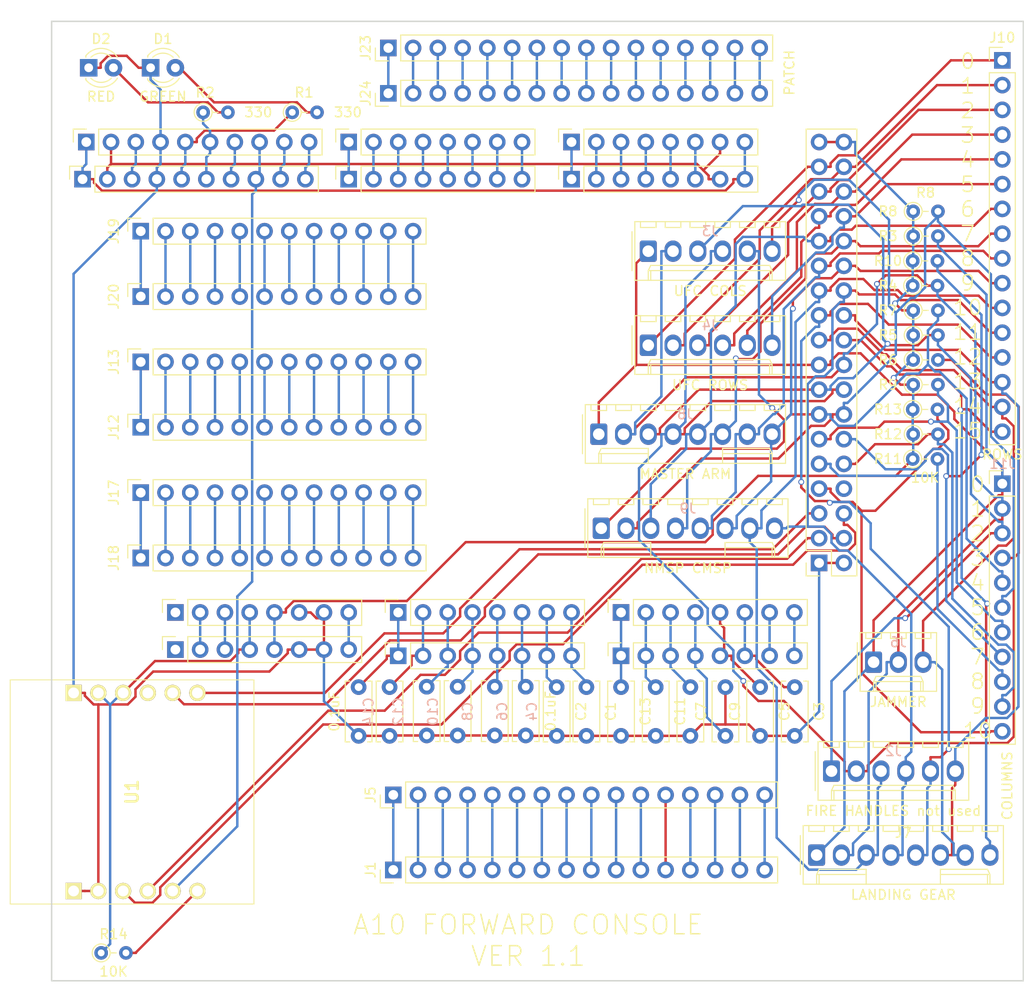
<source format=kicad_pcb>
(kicad_pcb (version 20240108) (generator "pcbnew") (generator_version "8.0")
  (title_block (date "mar. 31 mars 2015"))
  (layers (0 "F.Cu" signal) (31 "B.Cu" signal) (34 "B.Paste" user) (35 "F.Paste" user) (36 "B.SilkS" user "B.Silkscreen") (37 "F.SilkS" user "F.Silkscreen") (38 "B.Mask" user) (39 "F.Mask" user) (44 "Edge.Cuts" user))
  (net 0 "")
  (net 1 "GND")
  (net 2 "SCLK")
  (net 3 "ES1_RST")
  (net 4 "MISO")
  (net 5 "MOSI")
  (net 6 "/48")
  (net 7 "/49")
  (net 8 "/*46")
  (net 9 "/47")
  (net 10 "/*45")
  (net 11 "/42")
  (net 12 "/43")
  (net 13 "/40")
  (net 14 "/41")
  (net 15 "/38")
  (net 16 "/39")
  (net 17 "/A3")
  (net 18 "/37")
  (net 19 "/35")
  (net 20 "/32")
  (net 21 "/33")
  (net 22 "/30")
  (net 23 "/31")
  (net 24 "/28")
  (net 25 "/29")
  (net 26 "/26")
  (net 27 "/27")
  (net 28 "/24")
  (net 29 "/22")
  (net 30 "/23")
  (net 31 "/25")
  (net 32 "+5V")
  (net 33 "/IOREF")
  (net 34 "/A0")
  (net 35 "/A1")
  (net 36 "/A2")
  (net 37 "/36")
  (net 38 "/A4")
  (net 39 "/A5")
  (net 40 "/A6")
  (net 41 "/A7")
  (net 42 "/*44")
  (net 43 "/A9")
  (net 44 "/A10")
  (net 45 "/A11")
  (net 46 "/A12")
  (net 47 "/A13")
  (net 48 "/A14")
  (net 49 "/A15")
  (net 50 "/AREF")
  (net 51 "/*13")
  (net 52 "/*12")
  (net 53 "/*11")
  (net 54 "/*9")
  (net 55 "/*8")
  (net 56 "/*7")
  (net 57 "/*6")
  (net 58 "/*5")
  (net 59 "/*4")
  (net 60 "/*3")
  (net 61 "/*2")
  (net 62 "/TX0{slash}1")
  (net 63 "/RX0{slash}0")
  (net 64 "+3V3")
  (net 65 "/A8")
  (net 66 "/RX3{slash}15")
  (net 67 "Net-(D1-A)")
  (net 68 "/RX2{slash}17")
  (net 69 "/TX3{slash}14")
  (net 70 "/TX2{slash}16")
  (net 71 "VCC")
  (net 72 "/~{RESET}")
  (net 73 "SS")
  (net 74 "Net-(D2-A)")
  (net 75 "/SCL{slash}21")
  (net 76 "/SDA{slash}20")
  (net 77 "/TX1{slash}18")
  (net 78 "Net-(J1-Pin_1)")
  (net 79 "/RX1{slash}19")
  (net 80 "/34")
  (net 81 "Net-(J1-Pin_2)")
  (net 82 "Net-(J1-Pin_3)")
  (net 83 "Net-(J1-Pin_4)")
  (net 84 "Net-(J1-Pin_5)")
  (net 85 "Net-(J1-Pin_6)")
  (net 86 "Net-(J1-Pin_7)")
  (net 87 "Net-(J1-Pin_8)")
  (net 88 "Net-(J1-Pin_9)")
  (net 89 "Net-(J1-Pin_10)")
  (net 90 "Net-(J1-Pin_11)")
  (net 91 "Net-(J1-Pin_12)")
  (net 92 "Net-(J1-Pin_13)")
  (net 93 "Net-(J1-Pin_14)")
  (net 94 "Net-(J1-Pin_15)")
  (net 95 "Net-(J1-Pin_16)")
  (net 96 "Net-(J12-Pin_1)")
  (net 97 "Net-(J12-Pin_2)")
  (net 98 "Net-(J12-Pin_3)")
  (net 99 "Net-(J12-Pin_4)")
  (net 100 "Net-(J12-Pin_5)")
  (net 101 "Net-(J12-Pin_6)")
  (net 102 "Net-(J12-Pin_7)")
  (net 103 "Net-(J12-Pin_8)")
  (net 104 "Net-(J12-Pin_9)")
  (net 105 "Net-(J12-Pin_10)")
  (net 106 "Net-(J12-Pin_11)")
  (net 107 "Net-(J12-Pin_12)")
  (net 108 "Net-(J17-Pin_1)")
  (net 109 "Net-(J17-Pin_2)")
  (net 110 "Net-(J17-Pin_3)")
  (net 111 "Net-(J17-Pin_4)")
  (net 112 "Net-(J17-Pin_5)")
  (net 113 "Net-(J17-Pin_6)")
  (net 114 "Net-(J17-Pin_7)")
  (net 115 "Net-(J17-Pin_8)")
  (net 116 "Net-(J17-Pin_9)")
  (net 117 "Net-(J17-Pin_10)")
  (net 118 "Net-(J17-Pin_11)")
  (net 119 "Net-(J17-Pin_12)")
  (net 120 "Net-(J19-Pin_1)")
  (net 121 "Net-(J19-Pin_2)")
  (net 122 "Net-(J19-Pin_3)")
  (net 123 "Net-(J19-Pin_4)")
  (net 124 "Net-(J19-Pin_5)")
  (net 125 "Net-(J19-Pin_6)")
  (net 126 "Net-(J19-Pin_7)")
  (net 127 "Net-(J19-Pin_8)")
  (net 128 "Net-(J19-Pin_9)")
  (net 129 "Net-(J19-Pin_10)")
  (net 130 "Net-(J19-Pin_11)")
  (net 131 "Net-(J19-Pin_12)")
  (net 132 "Net-(J23-Pin_1)")
  (net 133 "Net-(J23-Pin_2)")
  (net 134 "Net-(J23-Pin_3)")
  (net 135 "Net-(J23-Pin_4)")
  (net 136 "Net-(J23-Pin_5)")
  (net 137 "Net-(J23-Pin_6)")
  (net 138 "Net-(J23-Pin_7)")
  (net 139 "Net-(J23-Pin_8)")
  (net 140 "Net-(J23-Pin_9)")
  (net 141 "Net-(J23-Pin_10)")
  (net 142 "Net-(J23-Pin_11)")
  (net 143 "Net-(J23-Pin_12)")
  (net 144 "Net-(J23-Pin_13)")
  (net 145 "Net-(J23-Pin_14)")
  (net 146 "Net-(J23-Pin_15)")
  (net 147 "Net-(J23-Pin_16)")
  (net 150 "Net-(U1-INT)")
  (footprint "Connector_PinSocket_2.54mm:PinSocket_2x18_P2.54mm_Vertical" (layer "F.Cu") (at 193.98 92.38 180)
    (property "Reference" "J29" (hide yes))
    (property "Value" "Digital")
  )
  (footprint "Connector_PinSocket_2.54mm:PinSocket_1x08_P2.54mm_Vertical" (layer "F.Cu") (at 127.94 97.46 90)
    (property "Reference" "J26" (hide yes))
    (property "Value" "Power")
  )
  (footprint "Connector_PinSocket_2.54mm:PinSocket_1x08_P2.54mm_Vertical" (layer "F.Cu") (at 150.8 97.46 90)
    (property "Reference" "J27" (hide yes))
    (property "Value" "Analog")
  )
  (footprint "Connector_PinSocket_2.54mm:PinSocket_1x08_P2.54mm_Vertical" (layer "F.Cu") (at 173.66 97.46 90)
    (property "Reference" "J28" (hide yes))
    (property "Value" "Analog")
  )
  (footprint "Connector_PinSocket_2.54mm:PinSocket_1x10_P2.54mm_Vertical" (layer "F.Cu") (at 118.796 49.2 90)
    (property "Reference" "J30" (hide yes))
    (property "Value" "PWM")
  )
  (footprint "Connector_PinSocket_2.54mm:PinSocket_1x08_P2.54mm_Vertical" (layer "F.Cu") (at 145.72 49.2 90)
    (property "Reference" "J31" (hide yes))
    (property "Value" "PWM")
  )
  (footprint "Connector_PinSocket_2.54mm:PinSocket_1x08_P2.54mm_Vertical" (layer "F.Cu") (at 168.58 49.2 90)
    (property "Reference" "J32" (hide yes))
    (property "Value" "Communication")
  )
  (footprint "Connector_PinSocket_2.54mm:PinSocket_1x12_P2.54mm_Vertical" (layer "F.Cu") (at 124.384 85.1664 90)
    (property "Reference" "J17")
    (property "Value" "PATCH")
  )
  (footprint "Resistor_THT:R_Axial_DIN0204_L3.6mm_D1.6mm_P2.54mm_Vertical" (layer "F.Cu") (at 203.632 69.012)
    (property "Reference" "R5")
    (property "Value" "10K")
  )
  (footprint "Resistor_THT:R_Axial_DIN0204_L3.6mm_D1.6mm_P2.54mm_Vertical" (layer "F.Cu") (at 130.784 46.152)
    (property "Reference" "R2")
    (property "Value" "330")
  )
  (footprint "Connector_Molex:Molex_KK-254_AE-6410-08A_1x08_P2.54mm_Vertical" (layer "F.Cu") (at 171.374 79.172)
    (property "Reference" "J8")
    (property "Value" "MASTER ARM")
  )
  (footprint "Capacitor_THT:C_Disc_D6.0mm_W2.5mm_P5.00mm" (layer "F.Cu") (at 184.368 110.12 90)
    (property "Reference" "C7")
    (property "Value" "0.1uF")
  )
  (footprint "Capacitor_THT:C_Disc_D6.0mm_W2.5mm_P5.00mm" (layer "F.Cu") (at 146.736 105.12 -90)
    (property "Reference" "C14")
    (property "Value" "0.1uF")
  )
  (footprint "Resistor_THT:R_Axial_DIN0204_L3.6mm_D1.6mm_P2.54mm_Vertical" (layer "F.Cu") (at 203.632 66.472)
    (property "Reference" "R7")
    (property "Value" "10K")
  )
  (footprint "Connector_PinHeader_2.54mm:PinHeader_1x16_P2.54mm_Vertical" (layer "F.Cu") (at 150.292 123.876 90)
    (property "Reference" "J1")
    (property "Value" "PATCH")
  )
  (footprint "Resistor_THT:R_Axial_DIN0204_L3.6mm_D1.6mm_P2.54mm_Vertical" (layer "F.Cu") (at 120.325 132.385)
    (property "Reference" "R14")
    (property "Value" "10K")
  )
  (footprint "Connector_PinHeader_2.54mm:PinHeader_1x16_P2.54mm_Vertical" (layer "F.Cu") (at 149.784 44.198 90)
    (property "Reference" "J24")
    (property "Value" "PATCH")
  )
  (footprint "Capacitor_THT:C_Disc_D6.0mm_W2.5mm_P5.00mm" (layer "F.Cu") (at 191.48 105.12 -90)
    (property "Reference" "C3")
    (property "Value" "0.1uF")
  )
  (footprint "Connector_PinSocket_2.54mm:PinSocket_1x12_P2.54mm_Vertical" (layer "F.Cu") (at 124.384 78.4608 90)
    (property "Reference" "J12")
    (property "Value" "PATCH")
  )
  (footprint "Connector_PinSocket_2.54mm:PinSocket_1x08_P2.54mm_Vertical" (layer "F.Cu") (at 173.66 101.905 90)
    (property "Reference" "J22")
    (property "Value" "Analog")
  )
  (footprint "Connector_Molex:Molex_KK-254_AE-6410-08A_1x08_P2.54mm_Vertical" (layer "F.Cu") (at 193.726 122.352)
    (property "Reference" "J7")
    (property "Value" "LANDING GEAR")
  )
  (footprint "Connector_PinHeader_2.54mm:PinHeader_1x16_P2.54mm_Vertical" (layer "F.Cu") (at 212.776 40.818)
    (property "Reference" "J10")
    (property "Value" "ROWS")
  )
  (footprint "Connector_PinSocket_2.54mm:PinSocket_1x12_P2.54mm_Vertical" (layer "F.Cu") (at 124.384 91.872 90)
    (property "Reference" "J18")
    (property "Value" "PATCH")
  )
  (footprint "Connector_Molex:Molex_KK-254_AE-6410-08A_1x08_P2.54mm_Vertical" (layer "F.Cu") (at 171.628 88.824)
    (property "Reference" "J9")
    (property "Value" "NMSP CMSP")
  )
  (footprint "Capacitor_THT:C_Disc_D6.0mm_W2.5mm_P5.00mm" (layer "F.Cu") (at 177.216 105.12 -90)
    (property "Reference" "C11")
    (property "Value" "0.1uF")
  )
  (footprint "Arduino_MountingHole:MountingHole_3.2mm" (layer "F.Cu") (at 196.02 132.385)
    (property "Reference" "H2")
    (property "Value" "MountingHole")
  )
  (footprint "Capacitor_THT:C_Disc_D6.0mm_W2.5mm_P5.00mm" (layer "F.Cu") (at 160.706 105.08 -90)
    (property "Reference" "C6")
    (property "Value" "0.1uF")
  )
  (footprint "Connector_PinSocket_2.54mm:PinSocket_1x12_P2.54mm_Vertical" (layer "F.Cu") (at 124.384 71.7552 90)
    (property "Reference" "J13")
    (property "Value" "PATCH")
  )
  (footprint "Capacitor_THT:C_Disc_D6.0mm_W2.5mm_P5.00mm" (layer "F.Cu") (at 156.896 105.08 -90)
    (property "Reference" "C8")
    (property "Value" "0.1uF")
  )
  (footprint "Resistor_THT:R_Axial_DIN0204_L3.6mm_D1.6mm_P2.54mm_Vertical" (layer "F.Cu") (at 203.582 61.392)
    (property "Reference" "R10")
    (property "Value" "10K")
  )
  (footprint "Capacitor_THT:C_Disc_D6.0mm_W2.5mm_P5.00mm" (layer "F.Cu") (at 167.056 105.12 -90)
    (property "Reference" "C2")
    (property "Value" "0.1uF")
  )
  (footprint "Connector_Molex:Molex_KK-254_AE-6410-03A_1x03_P2.54mm_Vertical" (layer "F.Cu") (at 199.568 102.56)
    (property "Reference" "J6")
    (property "Value" "JAMMER")
  )
  (footprint "Connector_PinSocket_2.54mm:PinSocket_1x08_P2.54mm_Vertical" (layer "F.Cu") (at 127.94 101.27 90)
    (property "Reference" "J25")
    (property "Value" "Power")
  )
  (footprint "Capacitor_THT:C_Disc_D6.0mm_W2.5mm_P5.00mm" (layer "F.Cu") (at 170.104 105.12 -90)
    (property "Reference" "C1")
    (property "Value" "0.1uF")
  )
  (footprint "Resistor_THT:R_Axial_DIN0204_L3.6mm_D1.6mm_P2.54mm_Vertical" (layer "F.Cu") (at 203.632 56.312)
    (property "Reference" "R8")
    (property "Value" "10K")
  )
  (footprint "Resistor_THT:R_Axial_DIN0204_L3.6mm_D1.6mm_P2.54mm_Vertical" (layer "F.Cu") (at 203.582 81.712)
    (property "Reference" "R11")
    (property "Value" "10K")
  )
  (footprint "Capacitor_THT:C_Disc_D6.0mm_W2.5mm_P5.00mm" (layer "F.Cu") (at 187.924 105.12 -90)
    (property "Reference" "C5")
    (property "Value" "0.1uF")
  )
  (footprint "Capacitor_THT:C_Disc_D6.0mm_W2.5mm_P5.00mm" (layer "F.Cu") (at 180.772 105.12 -90)
    (property "Reference" "C9")
    (property "Value" "0.1uF")
  )
  (footprint "Connector_Molex:Molex_KK-254_AE-6410-06A_1x06_P2.54mm_Vertical" (layer "F.Cu") (at 176.454 70.048)
    (property "Reference" "J4")
    (property "Value" "UFC ROWS")
  )
  (footprint "Capacitor_THT:C_Disc_D6.0mm_W2.5mm_P5.00mm" (layer "F.Cu") (at 149.911 105.12 -90)
    (property "Reference" "C12")
    (property "Value" "0.1uF")
  )
  (footprint "Resistor_THT:R_Axial_DIN0204_L3.6mm_D1.6mm_P2.54mm_Vertical" (layer "F.Cu") (at 203.632 58.852)
    (property "Reference" "R3")
    (property "Value" "10K")
  )
  (footprint "Arduino_MountingHole:MountingHole_3.2mm" (layer "F.Cu") (at 196.02 39.675)
    (property "Reference" "H3")
    (property "Value" "MountingHole")
  )
  (footprint "Connector_PinSocket_2.54mm:PinSocket_1x08_P2.54mm_Vertical" (layer "F.Cu") (at 168.58 53.01 90)
    (property "Reference" "J16")
    (property "Value" "Communication")
  )
  (footprint "Capacitor_THT:C_Disc_D6.0mm_W2.5mm_P5.00mm" (layer "F.Cu") (at 163.881 105.08 -90)
    (property "Reference" "C4")
    (property "Value" "0.1uF")
  )
  (footprint "Connector_Molex:Molex_KK-254_AE-6410-06A_1x06_P2.54mm_Vertical" (layer "F.Cu") (at 195.25 113.736)
    (property "Reference" "J2")
    (property "Value" "FIRE HANDLES not used")
  )
  (footprint "Resistor_THT:R_Axial_DIN0204_L3.6mm_D1.6mm_P2.54mm_Vertical" (layer "F.Cu") (at 203.582 63.932)
    (property "Reference" "R4")
    (property "Value" "10K")
  )
  (footprint "Connector_PinSocket_2.54mm:PinSocket_1x08_P2.54mm_Vertical" (layer "F.Cu") (at 145.72 53.01 90)
    (property "Reference" "J15")
    (property "Value" "PWM")
  )
  (footprint "Connector_PinSocket_2.54mm:PinSocket_1x08_P2.54mm_Vertical" (layer "F.Cu") (at 150.8 101.905 90)
    (property "Reference" "J21")
    (property "Value" "Analog")
  )
  (footprint "Connector_Molex:Molex_KK-254_AE-6410-06A_1x06_P2.54mm_Vertical" (layer "F.Cu") (at 176.454 60.396)
    (property "Reference" "J3")
    (property "Value" "UFC COLS")
  )
  (footprint "Capacitor_THT:C_Disc_D6.0mm_W2.5mm_P5.00mm" (layer "F.Cu") (at 173.66 105.12 -90)
    (property "Reference" "C13")
    (property "Value" "0.1uF")
  )
  (footprint "Resistor_THT:R_Axial_DIN0204_L3.6mm_D1.6mm_P2.54mm_Vertical" (layer "F.Cu") (at 203.632 74.092)
    (property "Reference" "R9")
    (property "Value" "10K")
  )
  (footprint "Resistor_THT:R_Axial_DIN0204_L3.6mm_D1.6mm_P2.54mm_Vertical" (layer "F.Cu") (at 203.632 71.552)
    (property "Reference" "R6")
    (property "Value" "10K")
  )
  (footprint "LED_THT:LED_D3.0mm" (layer "F.Cu") (at 125.395 41.58)
    (property "Reference" "D1")
    (property "Value" "GREEN")
  )
  (footprint "Connector_PinSocket_2.54mm:PinSocket_1x12_P2.54mm_Vertical" (layer "F.Cu") (at 124.384 58.344 90)
    (property "Reference" "J19")
    (property "Value" "PATCH")
  )
  (footprint "Resistor_THT:R_Axial_DIN0204_L3.6mm_D1.6mm_P2.54mm_Vertical" (layer "F.Cu") (at 203.632 79.172)
    (property "Reference" "R12")
    (property "Value" "10K")
  )
  (footprint "Resistor_THT:R_Axial_DIN0204_L3.6mm_D1.6mm_P2.54mm_Vertical" (layer "F.Cu") (at 139.928 46.152)
    (property "Reference" "R1")
    (property "Value" "330")
  )
  (footprint "Connector_PinHeader_2.54mm:PinHeader_1x11_P2.54mm_Vertical" (layer "F.Cu") (at 212.776 84.252)
    (property "Reference" "J11")
    (property "Value" "COLUMNS")
  )
  (footprint "Connector_PinSocket_2.54mm:PinSocket_1x12_P2.54mm_Vertical" (layer "F.Cu") (at 124.384 65.0496 90)
    (property "Reference" "J20")
    (property "Value" "PATCH")
  )
  (footprint "Connector_PinHeader_2.54mm:PinHeader_1x16_P2.54mm_Vertical" (layer "F.Cu") (at 150.292 116.178 90)
    (property "Reference" "J5")
    (property "Value" "PATCH")
  )
  (footprint "Arduino_MountingHole:MountingHole_3.2mm" (layer "F.Cu") (at 166.04 64.44)
    (property "Reference" "MH1" (hide yes))
    (property "Value" "MountingHole_3.2mm" (hide yes))
  )
  (footprint "USR-ES1:USRES1" (layer "F.Cu") (at 117.495 126.035 90)
    (property "Reference" "U1")
    (property "Value" "USR-ES1" (hide yes))
  )
  (footprint "Connector_PinSocket_2.54mm:PinSocket_1x10_P2.54mm_Vertical" (layer "F.Cu") (at 118.415 53.01 90)
    (property "Reference" "J14")
    (property "Value" "PWM")
  )
  (footprint "Arduino_MountingHole:MountingHole_3.2mm" (layer "F.Cu") (at 136.02 132.385)
    (property "Reference" "H1")
    (property "Value" "MountingHole")
  )
  (footprint "Capacitor_THT:C_Disc_D6.0mm_W2.5mm_P5.00mm" (layer "F.Cu") (at 153.721 105.08 -90)
    (property "Reference" "C10")
    (property "Value" "0.1uF")
  )
  (footprint "Connector_PinHeader_2.54mm:PinHeader_1x16_P2.54mm_Vertical" (layer "F.Cu") (at 149.784 39.548 90)
    (property "Reference" "J23")
    (property "Value" "PATCH")
  )
  (footprint "LED_THT:LED_D3.0mm" (layer "F.Cu") (at 119.045 41.58)
    (property "Reference" "D2")
    (property "Value" "RED")
  )
  (footprint "Arduino_MountingHole:MountingHole_3.2mm" (layer "F.Cu") (at 136.02 39.675)
    (property "Reference" "H4")
    (property "Value" "MountingHole")
  )
  (footprint "Resistor_THT:R_Axial_DIN0204_L3.6mm_D1.6mm_P2.54mm_Vertical" (layer "F.Cu") (at 203.582 76.632)
    (property "Reference" "R13")
    (property "Value" "10K")
  )
  (gr_rect (start 115.24 36.8175) (end 214.935 135.2425) (stroke (width 0.15)) (fill none) (layer "Edge.Cuts"))
  (gr_text "0\n1\n2\n3\n4\n5\n6\n7\n8\n9\n10" (at 210.236 96.952 0) (layer "F.SilkS") (effects (font (size 1.57 1.6))))
  (gr_text "A10 FORWARD CONSOLE\nVER 1.1" (at 164.135 131.115 0) (layer "F.SilkS") (effects (font (size 2 2))))
  (gr_text "0\n1\n2\n3\n4\n5\n6\n7\n8\n9\n10\n11\n12\n13\n14\n15" (at 209.22 59.868 0) (layer "F.SilkS") (effects (font (size 1.57 1.6))))
  (segment (start 119.045 41.58) (end 120.2703 41.58) (width 0.25) (layer "F.Cu") (net 1))
  (segment (start 122.9444 40.3547) (end 124.1697 41.58) (width 0.25) (layer "F.Cu") (net 1))
  (segment (start 149.911 110.12) (end 149.951 110.08) (width 0.25) (layer "F.Cu") (net 1))
  (segment (start 125.6604 103.5224) (end 137.5796 103.5224) (width 0.25) (layer "F.Cu") (net 1))
  (segment (start 149.951 110.08) (end 153.721 110.08) (width 0.25) (layer "F.Cu") (net 1))
  (segment (start 163.921 110.12) (end 163.881 110.08) (width 0.25) (layer "F.Cu") (net 1))
  (segment (start 119.547 106.8987) (end 120.035 106.8987) (width 0.25) (layer "F.Cu") (net 1))
  (segment (start 187.924 110.12) (end 191.48 110.12) (width 0.25) (layer "F.Cu") (net 1))
  (segment (start 139.4647 101.6373) (end 139.4647 101.27) (width 0.25) (layer "F.Cu") (net 1))
  (segment (start 167.056 110.12) (end 163.921 110.12) (width 0.25) (layer "F.Cu") (net 1))
  (segment (start 140.64 101.27) (end 139.4647 101.27) (width 0.25) (layer "F.Cu") (net 1))
  (segment (start 123.845 105.3378) (end 125.6604 103.5224) (width 0.25) (layer "F.Cu") (net 1))
  (segment (start 120.2703 41.58) (end 120.2703 41.1205) (width 0.25) (layer "F.Cu") (net 1))
  (segment (start 121.0361 40.3547) (end 122.9444 40.3547) (width 0.25) (layer "F.Cu") (net 1))
  (segment (start 143.18 101.27) (end 140.64 101.27) (width 0.25) (layer "F.Cu") (net 1))
  (segment (start 184.368 108.9544) (end 186.7584 108.9544) (width 0.25) (layer "F.Cu") (net 1))
  (segment (start 149.911 110.12) (end 146.736 110.12) (width 0.25) (layer "F.Cu") (net 1))
  (segment (start 120.2703 41.1205) (end 121.0361 40.3547) (width 0.25) (layer "F.Cu") (net 1))
  (segment (start 170.104 110.12) (end 167.056 110.12) (width 0.25) (layer "F.Cu") (net 1))
  (segment (start 160.706 110.08) (end 156.896 110.08) (width 0.25) (layer "F.Cu") (net 1))
  (segment (start 170.104 110.12) (end 173.66 110.12) (width 0.25) (layer "F.Cu") (net 1))
  (segment (start 184.368 108.9544) (end 181.9376 108.9544) (width 0.25) (layer "F.Cu") (net 1))
  (segment (start 120.035 126.035) (end 118.6528 126.035) (width 0.25) (layer "F.Cu") (net 1))
  (segment (start 186.7584 108.9544) (end 187.924 110.12) (width 0.25) (layer "F.Cu") (net 1))
  (segment (start 120.035 106.8987) (end 120.035 126.035) (width 0.25) (layer "F.Cu") (net 1))
  (segment (start 123.0518 106.8987) (end 123.845 106.1055) (width 0.25) (layer "F.Cu") (net 1))
  (segment (start 153.721 110.08) (end 156.896 110.08) (width 0.25) (layer "F.Cu") (net 1))
  (segment (start 117.495 105.715) (end 118.6528 105.715) (width 0.25) (layer "F.Cu") (net 1))
  (segment (start 118.6528 106.0045) (end 119.547 106.8987) (width 0.25) (layer "F.Cu") (net 1))
  (segment (start 184.368 108.9544) (end 184.368 105.12) (width 0.25) (layer "F.Cu") (net 1))
  (segment (start 196.52 92.38) (end 193.98 92.38) (width 0.25) (layer "F.Cu") (net 1))
  (segment (start 143.18 97.46) (end 143.18 98.0476) (width 0.25) (layer "F.Cu") (net 1))
  (segment (start 143.18 98.0476) (end 142.4029 98.0476) (width 0.25) (layer "F.Cu") (net 1))
  (segment (start 142.4029 98.0476) (end 141.8153 97.46) (width 0.25) (layer "F.Cu") (net 1))
  (segment (start 163.881 110.08) (end 160.706 110.08) (width 0.25) (layer "F.Cu") (net 1))
  (segment (start 143.18 101.27) (end 143.18 98.6353) (width 0.25) (layer "F.Cu") (net 1))
  (segment (start 118.6528 105.715) (end 118.6528 106.0045) (width 0.25) (layer "F.Cu") (net 1))
  (segment (start 123.845 106.1055) (end 123.845 105.3378) (width 0.25) (layer "F.Cu") (net 1))
  (segment (start 137.5796 103.5224) (end 139.4647 101.6373) (width 0.25) (layer "F.Cu") (net 1))
  (segment (start 140.64 97.46) (end 141.8153 97.46) (width 0.25) (layer "F.Cu") (net 1))
  (segment (start 117.495 126.035) (end 118.6528 126.035) (width 0.25) (layer "F.Cu") (net 1))
  (segment (start 143.18 98.0476) (end 143.18 98.6353) (width 0.25) (layer "F.Cu") (net 1))
  (segment (start 173.66 110.12) (end 177.216 110.12) (width 0.25) (layer "F.Cu") (net 1))
  (segment (start 120.035 106.8987) (end 123.0518 106.8987) (width 0.25) (layer "F.Cu") (net 1))
  (segment (start 181.9376 108.9544) (end 180.772 110.12) (width 0.25) (layer "F.Cu") (net 1))
  (segment (start 180.772 110.12) (end 177.216 110.12) (width 0.25) (layer "F.Cu") (net 1))
  (segment (start 125.395 41.58) (end 124.1697 41.58) (width 0.25) (layer "F.Cu") (net 1))
  (segment (start 143.18 106.564) (end 143.18 101.27) (width 0.25) (layer "B.Cu") (net 1))
  (segment (start 126.416 49.2) (end 126.416 43.8263) (width 0.25) (layer "B.Cu") (net 1))
  (segment (start 193.98 107.62) (end 193.98 92.38) (width 0.25) (layer "B.Cu") (net 1))
  (segment (start 125.395 41.58) (end 125.395 42.8053) (width 0.25) (layer "B.Cu") (net 1))
  (segment (start 126.035 52.4223) (end 126.035 51.8347) (width 0.25) (layer "B.Cu") (net 1))
  (segment (start 146.736 110.12) (end 143.18 106.564) (width 0.25) (layer "B.Cu") (net 1))
  (segment (start 126.416 43.8263) (end 125.395 42.8053) (width 0.25) (layer "B.Cu") (net 1))
  (segment (start 126.416 51.4537) (end 126.416 49.2) (width 0.25) (layer "B.Cu") (net 1))
  (segment (start 126.035 54.1853) (end 117.495 62.7253) (width 0.25) (layer "B.Cu") (net 1))
  (segment (start 126.035 52.4223) (end 126.035 53.01) (width 0.25) (layer "B.Cu") (net 1))
  (segment (start 126.035 51.8347) (end 126.416 51.4537) (width 0.25) (layer "B.Cu") (net 1))
  (segment (start 191.48 110.12) (end 193.98 107.62) (width 0.25) (layer "B.Cu") (net 1))
  (segment (start 117.495 62.7253) (end 117.495 105.715) (width 0.25) (layer "B.Cu") (net 1))
  (segment (start 126.035 53.01) (end 126.035 54.1853) (width 0.25) (layer "B.Cu") (net 1))
  (segment (start 155.5904 103.86) (end 157.15 102.3004) (width 0.25) (layer "F.Cu") (net 2))
  (segment (start 153.089 103.86) (end 155.5904 103.86) (width 0.25) (layer "F.Cu") (net 2))
  (segment (start 190.6915 91.9532) (end 192.8047 89.84) (width 0.25) (layer "F.Cu") (net 2))
  (segment (start 175.749 91.9532) (end 190.6915 91.9532) (width 0.25) (layer "F.Cu") (net 2))
  (segment (start 125.115 126.035) (end 143.6159 107.5341) (width 0.25) (layer "F.Cu") (net 2))
  (segment (start 168.1737 99.5285) (end 175.749 91.9532) (width 0.25) (layer "F.Cu") (net 2))
  (segment (start 143.6159 107.5341) (end 149.4149 107.5341) (width 0.25) (layer "F.Cu") (net 2))
  (segment (start 149.4149 107.5341) (end 153.089 103.86) (width 0.25) (layer "F.Cu") (net 2))
  (segment (start 193.98 89.84) (end 192.8047 89.84) (width 0.25) (layer "F.Cu") (net 2))
  (segment (start 157.15 102.3004) (end 157.15 101.4246) (width 0.25) (layer "F.Cu") (net 2))
  (segment (start 159.0461 99.5285) (end 168.1737 99.5285) (width 0.25) (layer "F.Cu") (net 2))
  (segment (start 157.15 101.4246) (end 159.0461 99.5285) (width 0.25) (layer "F.Cu") (net 2))
  (segment (start 127.655 105.715) (end 128.8182 106.8782) (width 0.25) (layer "F.Cu") (net 3))
  (segment (start 143.3863 106.8782) (end 149.9367 100.3278) (width 0.25) (layer "F.Cu") (net 3))
  (segment (start 195.3447 89.4726) (end 195.3447 89.84) (width 0.25) (layer "F.Cu") (net 3))
  (segment (start 196.52 89.84) (end 195.3447 89.84) (width 0.25) (layer "F.Cu") (net 3))
  (segment (start 159.69 97.8523) (end 159.69 96.9704) (width 0.25) (layer "F.Cu") (net 3))
  (segment (start 149.9367 100.3278) (end 157.2145 100.3278) (width 0.25) (layer "F.Cu") (net 3))
  (segment (start 165.1576 91.5028) (end 189.7613 91.5028) (width 0.25) (layer "F.Cu") (net 3))
  (segment (start 128.8182 106.8782) (end 143.3863 106.8782) (width 0.25) (layer "F.Cu") (net 3))
  (segment (start 157.2145 100.3278) (end 159.69 97.8523) (width 0.25) (layer "F.Cu") (net 3))
  (segment (start 192.5994 88.6647) (end 194.5368 88.6647) (width 0.25) (layer "F.Cu") (net 3))
  (segment (start 159.69 96.9704) (end 165.1576 91.5028) (width 0.25) (layer "F.Cu") (net 3))
  (segment (start 194.5368 88.6647) (end 195.3447 89.4726) (width 0.25) (layer "F.Cu") (net 3))
  (segment (start 189.7613 91.5028) (end 192.5994 88.6647) (width 0.25) (layer "F.Cu") (net 3))
  (segment (start 189.2083 90.9758) (end 163.24 90.9758) (width 0.25) (layer "F.Cu") (net 4))
  (segment (start 163.24 90.9758) (end 157.15 97.0658) (width 0.25) (layer "F.Cu") (net 4))
  (segment (start 130.195 105.7149) (end 130.195 105.715) (width 0.25) (layer "F.Cu") (net 4))
  (segment (start 149.3829 99.6077) (end 143.2757 105.7149) (width 0.25) (layer "F.Cu") (net 4))
  (segment (start 155.4142 99.6077) (end 149.3829 99.6077) (width 0.25) (layer "F.Cu") (net 4))
  (segment (start 192.8047 87.3) (end 192.8047 87.3794) (width 0.25) (layer "F.Cu") (net 4))
  (segment (start 192.8047 87.3794) (end 189.2083 90.9758) (width 0.25) (layer "F.Cu") (net 4))
  (segment (start 157.15 97.0658) (end 157.15 97.8719) (width 0.25) (layer "F.Cu") (net 4))
  (segment (start 193.98 87.3) (end 192.8047 87.3) (width 0.25) (layer "F.Cu") (net 4))
  (segment (start 157.15 97.8719) (end 155.4142 99.6077) (width 0.25) (layer "F.Cu") (net 4))
  (segment (start 143.2757 105.7149) (end 130.195 105.7149) (width 0.25) (layer "F.Cu") (net 4))
  (segment (start 197.6953 90.4045) (end 197.6953 89.2832) (width 0.25) (layer "F.Cu") (net 5))
  (segment (start 126.385 125.6622) (end 143.0926 108.9546) (width 0.25) (layer "F.Cu") (net 5))
  (segment (start 197.6953 89.2832) (end 196.8874 88.4753) (width 0.25) (layer "F.Cu") (net 5))
  (segment (start 162.23 101.4428) (end 162.9432 100.7296) (width 0.25) (layer "F.Cu") (net 5))
  (segment (start 175.8554 92.5624) (end 191.3131 92.5624) (width 0.25) (layer "F.Cu") (net 5))
  (segment (start 155.2352 108.9546) (end 160.6295 103.5603) (width 0.25) (layer "F.Cu") (net 5))
  (segment (start 126.385 126.4431) (end 126.385 125.6622) (width 0.25) (layer "F.Cu") (net 5))
  (segment (start 161.0297 103.5603) (end 162.23 102.36) (width 0.25) (layer "F.Cu") (net 5))
  (segment (start 160.6295 103.5603) (end 161.0297 103.5603) (width 0.25) (layer "F.Cu") (net 5))
  (segment (start 191.3131 92.5624) (end 192.7655 91.11) (width 0.25) (layer "F.Cu") (net 5))
  (segment (start 143.0926 108.9546) (end 155.2352 108.9546) (width 0.25) (layer "F.Cu") (net 5))
  (segment (start 162.9432 100.7296) (end 167.6882 100.7296) (width 0.25) (layer "F.Cu") (net 5))
  (segment (start 167.6882 100.7296) (end 175.8554 92.5624) (width 0.25) (layer "F.Cu") (net 5))
  (segment (start 162.23 102.36) (end 162.23 101.4428) (width 0.25) (layer "F.Cu") (net 5))
  (segment (start 196.52 87.3) (end 196.52 88.4753) (width 0.25) (layer "F.Cu") (net 5))
  (segment (start 196.8874 88.4753) (end 196.52 88.4753) (width 0.25) (layer "F.Cu") (net 5))
  (segment (start 123.7768 127.2368) (end 125.5913 127.2368) (width 0.25) (layer "F.Cu") (net 5))
  (segment (start 122.575 126.035) (end 123.7768 127.2368) (width 0.25) (layer "F.Cu") (net 5))
  (segment (start 192.7655 91.11) (end 196.9898 91.11) (width 0.25) (layer "F.Cu") (net 5))
  (segment (start 196.9898 91.11) (end 197.6953 90.4045) (width 0.25) (layer "F.Cu") (net 5))
  (segment (start 125.5913 127.2368) (end 126.385 126.4431) (width 0.25) (layer "F.Cu") (net 5))
  (segment (start 193.98 84.76) (end 195.1553 84.76) (width 0.25) (layer "F.Cu") (net 6))
  (segment (start 198.3296 87.0284) (end 197.4258 86.1246) (width 0.25) (layer "F.Cu") (net 6))
  (segment (start 204.852 81.9285) (end 199.7521 87.0284) (width 0.25) (layer "F.Cu") (net 6))
  (segment (start 206.122 77.6573) (end 207.2328 78.7681) (width 0.25) (layer "F.Cu") (net 6))
  (segment (start 206.122 76.632) (end 206.122 77.6573) (width 0.25) (layer "F.Cu") (net 6))
  (segment (start 195.1553 85.1015) (end 195.1553 84.76) (width 0.25) (layer "F.Cu") (net 6))
  (segment (start 211.5066 109.7461) (end 211.6007 109.652) (width 0.25) (layer "F.Cu") (net 6))
  (segment (start 198.3296 87.0284) (end 198.3296 103.6506) (width 0.25) (layer "F.Cu") (net 6))
  (segment (start 207.2328 79.629) (end 206.2002 80.6616) (width 0.25) (layer "F.Cu") (net 6))
  (segment (start 207.2328 78.7681) (end 207.2328 79.629) (width 0.25) (layer "F.Cu") (net 6))
  (segment (start 204.852 81.5307) (end 204.852 81.9285) (width 0.25) (layer "F.Cu") (net 6))
  (segment (start 204.4251 109.7461) (end 211.5066 109.7461) (width 0.25) (layer "F.Cu") (net 6))
  (segment (start 198.3296 103.6506) (end 204.4251 109.7461) (width 0.25) (layer "F.Cu") (net 6))
  (segment (start 212.776 109.652) (end 211.6007 109.652) (width 0.25) (layer "F.Cu") (net 6))
  (segment (start 205.7211 80.6616) (end 204.852 81.5307) (width 0.25) (layer "F.Cu") (net 6))
  (segment (start 206.2002 80.6616) (end 205.7211 80.6616) (width 0.25) (layer "F.Cu") (net 6))
  (segment (start 196.1784 86.1246) (end 195.1553 85.1015) (width 0.25) (layer "F.Cu") (net 6))
  (segment (start 199.7521 87.0284) (end 198.3296 87.0284) (width 0.25) (layer "F.Cu") (net 6))
  (segment (start 197.4258 86.1246) (end 196.1784 86.1246) (width 0.25) (layer "F.Cu") (net 6))
  (segment (start 212.4221 103.3967) (end 206.122 97.0966) (width 0.25) (layer "B.Cu") (net 8))
  (segment (start 206.122 97.0966) (end 206.122 83.4336) (width 0.25) (layer "B.Cu") (net 8))
  (segment (start 196.0016 83.4336) (end 195.1553 82.5873) (width 0.25) (layer "B.Cu") (net 8))
  (segment (start 206.122 83.4336) (end 206.122 81.712) (width 0.25) (layer "B.Cu") (net 8))
  (segment (start 212.776 103.3967) (end 212.4221 103.3967) (width 0.25) (layer "B.Cu") (net 8))
  (segment (start 206.122 83.4336) (end 196.0016 83.4336) (width 0.25) (layer "B.Cu") (net 8))
  (segment (start 195.1553 82.5873) (end 195.1553 82.22) (width 0.25) (layer "B.Cu") (net 8))
  (segment (start 212.776 104.572) (end 212.776 103.3967) (width 0.25) (layer "B.Cu") (net 8))
  (segment (start 193.98 82.22) (end 195.1553 82.22) (width 0.25) (layer "B.Cu") (net 8))
  (segment (start 204.1214 80.1973) (end 199.718 80.1973) (width 0.25) (layer "F.Cu") (net 9))
  (segment (start 199.718 80.1973) (end 197.6953 82.22) (width 0.25) (layer "F.Cu") (net 9))
  (segment (start 196.52 82.22) (end 197.6953 82.22) (width 0.25) (layer "F.Cu") (net 9))
  (segment (start 205.1467 79.172) (end 204.1214 80.1973) (width 0.25) (layer "F.Cu") (net 9))
  (segment (start 206.172 79.172) (end 205.1467 79.172) (width 0.25) (layer "F.Cu") (net 9))
  (segment (start 213.9771 101.5667) (end 213.9771 105.1029) (width 0.25) (layer "B.Cu") (net 9))
  (segment (start 212.3678 100.762) (end 213.1724 100.762) (width 0.25) (layer "B.Cu") (net 9))
  (segment (start 213.1724 100.762) (end 213.9771 101.5667) (width 0.25) (layer "B.Cu") (net 9))
  (segment (start 206.172 80.1973) (end 206.7815 80.1973) (width 0.25) (layer "B.Cu") (net 9))
  (segment (start 206.172 79.172) (end 206.172 80.1973) (width 0.25) (layer "B.Cu") (net 9))
  (segment (start 213.1433 105.9367) (end 212.776 105.9367) (width 0.25) (layer "B.Cu") (net 9))
  (segment (start 207.6476 96.0418) (end 212.3678 100.762) (width 0.25) (layer "B.Cu") (net 9))
  (segment (start 207.6476 81.0634) (end 207.6476 96.0418) (width 0.25) (layer "B.Cu") (net 9))
  (segment (start 206.7815 80.1973) (end 207.6476 81.0634) (width 0.25) (layer "B.Cu") (net 9))
  (segment (start 212.776 107.112) (end 212.776 105.9367) (width 0.25) (layer "B.Cu") (net 9))
  (segment (start 213.9771 105.1029) (end 213.1433 105.9367) (width 0.25) (layer "B.Cu") (net 9))
  (segment (start 208.447 83.473) (end 210.6346 81.2854) (width 0.25) (layer "F.Cu") (net 10))
  (segment (start 207.0223 83.473) (end 208.447 83.473) (width 0.25) (layer "F.Cu") (net 10))
  (via (at 210.6346 81.2854) (size 0.6) (drill 0.4) (layers "F.Cu" "B.Cu") (net 10))
  (via (at 207.0223 83.473) (size 0.6) (drill 0.4) (layers "F.Cu" "B.Cu") (net 10))
  (segment (start 206.122 61.392) (end 206.122 62.4173) (width 0.25) (layer "B.Cu") (net 10))
  (segment (start 210.6346 81.2854) (end 210.6346 66.9299) (width 0.25) (layer "B.Cu") (net 10))
  (segment (start 207.1973 83.298) (end 207.0223 83.473) (width 0.25) (layer "B.Cu") (net 10))
  (segment (start 200.7836 82.7683) (end 204.0351 82.7683) (width 0.25) (layer "B.Cu") (net 10))
  (segment (start 204.902 81.9014) (end 204.902 81.4688) (width 0.25) (layer "B.Cu") (net 10))
  (segment (start 207.0223 96.2783) (end 212.776 102.032) (width 0.25) (layer "B.Cu") (net 10))
  (segment (start 205.6842 80.6866) (end 206.576 80.6866) (width 0.25) (layer "B.Cu") (net 10))
  (segment (start 206.576 80.6866) (end 207.1973 81.3079) (width 0.25) (layer "B.Cu") (net 10))
  (segment (start 197.6953 79.68) (end 200.7836 82.7683) (width 0.25) (layer "B.Cu") (net 10))
  (segment (start 207.0223 83.473) (end 207.0223 96.2783) (width 0.25) (layer "B.Cu") (net 10))
  (segment (start 210.6346 66.9299) (end 206.122 62.4173) (width 0.25) (layer "B.Cu") (net 10))
  (segment (start 207.1973 81.3079) (end 207.1973 83.298) (width 0.25) (layer "B.Cu") (net 10))
  (segment (start 196.52 79.68) (end 197.6953 79.68) (width 0.25) (layer "B.Cu") (net 10))
  (segment (start 204.902 81.4688) (end 205.6842 80.6866) (width 0.25) (layer "B.Cu") (net 10))
  (segment (start 204.0351 82.7683) (end 204.902 81.9014) (width 0.25) (layer "B.Cu") (net 10))
  (segment (start 190.3844 79.9189) (end 190.3844 77.8353) (width 0.25) (layer "F.Cu") (net 11))
  (segment (start 179.7981 80.6539) (end 189.6494 80.6539) (width 0.25) (layer "F.Cu") (net 11))
  (segment (start 191.0797 77.14) (end 193.3924 77.14) (width 0.25) (layer "F.Cu") (net 11))
  (segment (start 171.628 88.824) (end 179.7981 80.6539) (width 0.25) (layer "F.Cu") (net 11))
  (segment (start 189.6494 80.6539) (end 190.3844 79.9189) (width 0.25) (layer "F.Cu") (net 11))
  (segment (start 190.3844 77.8353) (end 190.456 77.7637) (width 0.25) (layer "F.Cu") (net 11))
  (segment (start 190.456 77.7637) (end 189.1718 76.4796) (width 0.25) (layer "F.Cu") (net 11))
  (segment (start 190.456 77.7637) (end 191.0797 77.14) (width 0.25) (layer "F.Cu") (net 11))
  (segment (start 193.98 77.14) (end 193.3924 77.14) (width 0.25) (layer "F.Cu") (net 11))
  (via (at 189.1718 76.4796) (size 0.6) (drill 0.4) (layers "F.Cu" "B.Cu") (net 11))
  (segment (start 189.1718 76.4796) (end 187.8093 75.1171) (width 0.25) (layer "B.Cu") (net 11))
  (segment (start 206.172 66.472) (end 206.172 67.4973) (width 0.25) (layer "B.Cu") (net 11))
  (segment (start 197.5985 78.3153) (end 202.9542 72.9596) (width 0.25) (layer "B.Cu") (net 11))
  (segment (start 202.9542 72.9596) (end 204.207 72.9596) (width 0.25) (layer "B.Cu") (net 11))
  (segment (start 205.1467 68.5226) (end 205.1467 72.0199) (width 0.25) (layer "B.Cu") (net 11))
  (segment (start 206.3314 72.7366) (end 209.1087 75.5139) (width 0.25) (layer "B.Cu") (net 11))
  (segment (start 195.9632 78.3153) (end 197.5985 78.3153) (width 0.25) (layer "B.Cu") (net 11))
  (segment (start 195.1553 77.5074) (end 195.9632 78.3153) (width 0.25) (layer "B.Cu") (net 11))
  (segment (start 187.8093 75.1171) (end 187.8093 60.396) (width 0.25) (layer "B.Cu") (net 11))
  (segment (start 205.8634 72.7366) (end 206.3314 72.7366) (width 0.25) (layer "B.Cu") (net 11))
  (segment (start 206.172 67.4973) (end 205.1467 68.5226) (width 0.25) (layer "B.Cu") (net 11))
  (segment (start 212.4655 93.2367) (end 212.776 93.2367) (width 0.25) (layer "B.Cu") (net 11))
  (segment (start 186.614 60.396) (end 187.8093 60.396) (width 0.25) (layer "B.Cu") (net 11))
  (segment (start 195.1553 77.14) (end 195.1553 77.5074) (width 0.25) (layer "B.Cu") (net 11))
  (segment (start 209.1087 75.5139) (end 209.1087 89.8799) (width 0.25) (layer "B.Cu") (net 11))
  (segment (start 204.207 72.9596) (end 205.1467 72.0199) (width 0.25) (layer "B.Cu") (net 11))
  (segment (start 205.1467 72.0199) (end 205.8634 72.7366) (width 0.25) (layer "B.Cu") (net 11))
  (segment (start 212.776 94.412) (end 212.776 93.2367) (width 0.25) (layer "B.Cu") (net 11))
  (segment (start 209.1087 89.8799) (end 212.4655 93.2367) (width 0.25) (layer "B.Cu") (net 11))
  (segment (start 193.98 77.14) (end 195.1553 77.14) (width 0.25) (layer "B.Cu") (net 11))
  (segment (start 189.154 60.396) (end 189.154 57.8832) (width 0.25) (layer "F.Cu") (net 12))
  (segment (start 193.1584 78.3153) (end 194.5368 78.3153) (width 0.25) (layer "F.Cu") (net 12))
  (segment (start 181.9186 81.6711) (end 189.8026 81.6711) (width 0.25) (layer "F.Cu") (net 12))
  (segment (start 189.154 57.8832) (end 191.8908 55.1464) (width 0.25) (layer "F.Cu") (net 12))
  (segment (start 175.3633 88.824) (end 175.3633 88.2264) (width 0.25) (layer "F.Cu") (net 12))
  (segment (start 174.168 88.824) (end 175.3633 88.824) (width 0.25) (layer "F.Cu") (net 12))
  (segment (start 194.5368 78.3153) (end 195.3447 77.5074) (width 0.25) (layer "F.Cu") (net 12))
  (segment (start 196.52 77.14) (end 195.3447 77.14) (width 0.25) (layer "F.Cu") (net 12))
  (segment (start 175.3633 88.2264) (end 181.9186 81.6711) (width 0.25) (layer "F.Cu") (net 12))
  (segment (start 189.8026 81.6711) (end 193.1584 78.3153) (width 0.25) (layer "F.Cu") (net 12))
  (segment (start 195.3447 77.5074) (end 195.3447 77.14) (width 0.25) (layer "F.Cu") (net 12))
  (via (at 191.8908 55.1464) (size 0.6) (drill 0.4) (layers "F.Cu" "B.Cu") (net 12))
  (segment (start 211.6007 62.766) (end 206.172 57.3373) (width 0.25) (layer "B.Cu") (net 12))
  (segment (start 191.8908 54.641) (end 193.4635 53.0683) (width 0.25) (layer "B.Cu") (net 12))
  (segment (start 193.4635 53.0683) (end 197.0464 53.0683) (width 0.25) (layer "B.Cu") (net 12))
  (segment (start 206.172 56.312) (end 206.172 56.8246) (width 0.25) (layer "B.Cu") (net 12))
  (segment (start 213.1434 95.7767) (end 213.9513 94.9688) (width 0.25) (layer "B.Cu") (net 12))
  (segment (start 203.7683 65.202) (end 204.852 64.1183) (width 0.25) (layer "B.Cu") (net 12))
  (segment (start 201.1535 57.1754) (end 201.1535 66.0314) (width 0.25) (layer "B.Cu") (net 12))
  (segment (start 191.8908 55.1464) (end 191.8908 54.641) (width 0.25) (layer "B.Cu") (net 12))
  (segment (start 206.172 56.8246) (end 206.172 57.3373) (width 0.25) (layer "B.Cu") (net 12))
  (segment (start 201.8479 66.7258) (end 203.3717 65.202) (width 0.25) (layer "B.Cu") (net 12))
  (segment (start 196.52 77.14) (end 196.52 75.9647) (width 0.25) (layer "B.Cu") (net 12))
  (segment (start 196.8873 75.9647) (end 201.8479 71.0041) (width 0.25) (layer "B.Cu") (net 12))
  (segment (start 204.852 58.1446) (end 206.172 56.8246) (width 0.25) (layer "B.Cu") (net 12))
  (segment (start 212.776 96.952) (end 212.776 95.7767) (width 0.25) (layer "B.Cu") (net 12))
  (segment (start 204.852 64.1183) (end 204.852 58.1446) (width 0.25) (layer "B.Cu") (net 12))
  (segment (start 196.52 75.9647) (end 196.8873 75.9647) (width 0.25) (layer "B.Cu") (net 12))
  (segment (start 203.3717 65.202) (end 203.7683 65.202) (width 0.25) (layer "B.Cu") (net 12))
  (segment (start 197.0464 53.0683) (end 201.1535 57.1754) (width 0.25) (layer "B.Cu") (net 12))
  (segment (start 213.9513 81.7555) (end 211.6007 79.4049) (width 0.25) (layer "B.Cu") (net 12))
  (segment (start 201.8479 71.0041) (end 201.8479 66.7258) (width 0.25) (layer "B.Cu") (net 12))
  (segment (start 213.9513 94.9688) (end 213.9513 81.7555) (width 0.25) (layer "B.Cu") (net 12))
  (segment (start 212.776 95.7767) (end 213.1434 95.7767) (width 0.25) (layer "B.Cu") (net 12))
  (segment (start 201.1535 66.0314) (end 201.8479 66.7258) (width 0.25) (layer "B.Cu") (net 12))
  (segment (start 211.6007 79.4049) (end 211.6007 62.766) (width 0.25) (layer "B.Cu") (net 12))
  (segment (start 206.172 69.012) (end 205.1467 69.012) (width 0.25) (layer "F.Cu") (net 13))
  (segment (start 202.8869 98.0458) (end 202.8068 98.0458) (width 0.25) (layer "F.Cu") (net 13))
  (segment (start 204.1213 70.0374) (end 201.1423 70.0374) (width 0.25) (layer "F.Cu") (net 13))
  (segment (start 212.776 89.332) (end 211.6007 89.332) (width 0.25) (layer "F.Cu") (net 13))
  (segment (start 193.98 74.6) (end 181.6236 74.6) (width 0.25) (layer "F.Cu") (net 13))
  (segment (start 177.6493 78.5743) (end 177.6493 79.172) (width 0.25) (layer "F.Cu") (net 13))
  (segment (start 205.1467 69.012) (end 204.1213 70.0374) (width 0.25) (layer "F.Cu") (net 13))
  (segment (start 211.6007 89.332) (end 202.8869 98.0458) (width 0.25) (layer "F.Cu") (net 13))
  (segment (start 176.454 79.172) (end 177.6493 79.172) (width 0.25) (layer "F.Cu") (net 13))
  (segment (start 181.6236 74.6) (end 177.6493 78.5743) (width 0.25) (layer "F.Cu") (net 13))
  (segment (start 201.1423 70.0374) (end 201.0026 69.8977) (width 0.25) (layer "F.Cu") (net 13))
  (via (at 201.0026 69.8977) (size 0.6) (drill 0.4) (layers "F.Cu" "B.Cu") (net 13))
  (via (at 202.8068 98.0458) (size 0.6) (drill 0.4) (layers "F.Cu" "B.Cu") (net 13))
  (segment (start 192.1499 55.7717) (end 192.295 55.6266) (width 0.25) (layer "B.Cu") (net 13))
  (segment (start 193.98 74.6) (end 195.1553 74.6) (width 0.25) (layer "B.Cu") (net 13))
  (segment (start 196.9914 55.6266) (end 200.5524 59.1876) (width 0.25) (layer "B.Cu") (net 13))
  (segment (start 195.25 104.5034) (end 195.25 113.736) (width 0.25) (layer "B.Cu") (net 13))
  (segment (start 195.1553 74.2326) (end 195.1553 74.6) (width 0.25) (layer "B.Cu") (net 13))
  (segment (start 209.559 85.307) (end 212.4087 88.1567) (width 0.25) (layer "B.Cu") (net 13))
  (segment (start 212.4087 88.1567) (end 212.776 88.1567) (width 0.25) (layer "B.Cu") (net 13))
  (segment (start 200.5524 69.4475) (end 201.0026 69.8977) (width 0.25) (layer "B.Cu") (net 13))
  (segment (start 186.1583 55.7717) (end 192.1499 55.7717) (width 0.25) (layer "B.Cu") (net 13))
  (segment (start 201.0026 69.8977) (end 197.4756 73.4247) (width 0.25) (layer "B.Cu") (net 13))
  (segment (start 192.295 55.6266) (end 196.9914 55.6266) (width 0.25) (layer "B.Cu") (net 13))
  (segment (start 206.172 69.012) (end 206.172 70.0373) (width 0.25) (layer "B.Cu") (net 13))
  (segment (start 200.5524 59.1876) (end 200.5524 69.4475) (width 0.25) (layer "B.Cu") (net 13))
  (segment (start 195.9632 73.4247) (end 195.1553 74.2326) (width 0.25) (layer "B.Cu") (net 13))
  (segment (start 206.172 70.0373) (end 209.559 73.4243) (width 0.25) (layer "B.Cu") (net 13))
  (segment (start 201.7076 98.0458) (end 195.25 104.5034) (width 0.25) (layer "B.Cu") (net 13))
  (segment (start 197.4756 73.4247) (end 195.9632 73.4247) (width 0.25) (layer "B.Cu") (net 13))
  (segment (start 202.8068 98.0458) (end 201.7076 98.0458) (width 0.25) (layer "B.Cu") (net 13))
  (segment (start 212.776 89.332) (end 212.776 88.1567) (width 0.25) (layer "B.Cu") (net 13))
  (segment (start 209.559 73.4243) (end 209.559 85.307) (width 0.25) (layer "B.Cu") (net 13))
  (segment (start 181.534 60.396) (end 186.1583 55.7717) (width 0.25) (layer "B.Cu") (net 13))
  (segment (start 196.5947 113.736) (end 196.5947 112.7648) (width 0.25) (layer "F.Cu") (net 14))
  (segment (start 180.1893 78.5744) (end 182.9884 75.7753) (width 0.25) (layer "F.Cu") (net 14))
  (segment (start 211.1503 75.108) (end 213.1812 75.108) (width 0.25) (layer "F.Cu") (net 14))
  (segment (start 206.172 71.552) (end 207.5943 71.552) (width 0.25) (layer "F.Cu") (net 14))
  (segment (start 195.3447 74.9674) (end 195.3447 74.6) (width 0.25) (layer "F.Cu") (net 14))
  (segment (start 214.4578 76.3846) (end 214.4578 91.3655) (width 0.25) (layer "F.Cu") (net 14))
  (segment (start 178.994 79.172) (end 180.1893 79.172) (width 0.25) (layer "F.Cu") (net 14))
  (segment (start 214.4578 91.3655) (end 213.9513 91.872) (width 0.25) (layer "F.Cu") (net 14))
  (segment (start 197.79 113.736) (end 198.9853 113.736) (width 0.25) (layer "F.Cu") (net 14))
  (segment (start 194.5368 75.7753) (end 195.3447 74.9674) (width 0.25) (layer "F.Cu") (net 14))
  (segment (start 201.2694 110.8542) (end 198.9853 113.1383) (width 0.25) (layer "F.Cu") (net 14))
  (segment (start 182.9884 75.7753) (end 194.5368 75.7753) (width 0.25) (layer "F.Cu") (net 14))
  (segment (start 213.9513 110.2032) (end 213.3003 110.8542) (width 0.25) (layer "F.Cu") (net 14))
  (segment (start 180.1893 79.172) (end 180.1893 78.5744) (width 0.25) (layer "F.Cu") (net 14))
  (segment (start 196.5947 112.7648) (end 190.3727 106.5428) (width 0.25) (layer "F.Cu") (net 14))
  (segment (start 212.776 91.872) (end 213.9513 91.872) (width 0.25) (layer "F.Cu") (net 14))
  (segment (start 196.52 74.6) (end 195.3447 74.6) (width 0.25) (layer "F.Cu") (net 14))
  (segment (start 213.1812 75.108) (end 214.4578 76.3846) (width 0.25) (layer "F.Cu") (net 14))
  (segment (start 190.3727 106.5428) (end 187.7481 106.5428) (width 0.25) (layer "F.Cu") (net 14))
  (segment (start 198.9853 113.1383) (end 198.9853 113.736) (width 0.25) (layer "F.Cu") (net 14))
  (segment (start 187.7481 106.5428) (end 186.2088 105.0035) (width 0.25) (layer "F.Cu") (net 14))
  (segment (start 197.79 113.736) (end 196.5947 113.736) (width 0.25) (layer "F.Cu") (net 14))
  (segment (start 213.9513 91.872) (end 213.9513 110.2032) (width 0.25) (layer "F.Cu") (net 14))
  (segment (start 213.3003 110.8542) (end 201.2694 110.8542) (width 0.25) (layer "F.Cu") (net 14))
  (segment (start 207.5943 71.552) (end 211.1503 75.108) (width 0.25) (layer "F.Cu") (net 14))
  (segment (start 186.2088 105.0035) (end 186.2088 104.4902) (width 0.25) (layer "F.Cu") (net 14))
  (via (at 186.2088 104.4902) (size 0.6) (drill 0.4) (layers "F.Cu" "B.Cu") (net 14))
  (segment (start 178.994 79.172) (end 177.7987 79.172) (width 0.25) (layer "B.Cu") (net 14))
  (segment (start 177.7987 80.3673) (end 177.7987 79.172) (width 0.25) (layer "B.Cu") (net 14))
  (segment (start 182.8787 60.396) (end 182.8787 61.5913) (width 0.25) (layer "B.Cu") (net 14))
  (segment (start 180.264 77.902) (end 178.994 79.172) (width 0.25) (layer "B.Cu") (net 14))
  (segment (start 186.2088 104.4902) (end 185.1846 103.466) (width 0.25) (layer "B.Cu") (net 14))
  (segment (start 175.5033 82.6627) (end 177.7987 80.3673) (width 0.25) (layer "B.Cu") (net 14))
  (segment (start 184.074 60.396) (end 182.8787 60.396) (width 0.25) (layer "B.Cu") (net 14))
  (segment (start 185.1846 101.3437) (end 182.55 98.7091) (width 0.25) (layer "B.Cu") (net 14))
  (segment (start 175.5033 90.0029) (end 175.5033 82.6627) (width 0.25) (layer "B.Cu") (net 14))
  (segment (start 182.55 98.7091) (end 182.55 97.0496) (width 0.25) (layer "B.Cu") (net 14))
  (segment (start 182.55 97.0496) (end 175.5033 90.0029) (width 0.25) (layer "B.Cu") (net 14))
  (segment (start 185.1846 103.466) (end 185.1846 101.3437) (width 0.25) (layer "B.Cu") (net 14))
  (segment (start 180.264 64.206) (end 180.264 77.902) (width 0.25) (layer "B.Cu") (net 14))
  (segment (start 182.8787 61.5913) (end 180.264 64.206) (width 0.25) (layer "B.Cu") (net 14))
  (segment (start 175.2125 72.06) (end 193.98 72.06) (width 0.25) (layer "F.Cu") (net 15))
  (segment (start 207.8543 77.6207) (end 207.8543 76.8674) (width 0.25) (layer "F.Cu") (net 15))
  (segment (start 212.776 83.0767) (end 212.776 82.5424) (width 0.25) (layer "F.Cu") (net 15))
  (segment (start 195.9715 70.8765) (end 195.1553 71.6927) (width 0.25) (layer "F.Cu") (net 15))
  (segment (start 212.776 84.252) (end 212.776 83.0767) (width 0.25) (layer "F.Cu") (net 15))
  (segment (start 199.568 98.268) (end 199.568 102.56) (width 0.25) (layer "F.Cu") (net 15))
  (segment (start 212.776 82.5424) (end 207.8543 77.6207) (width 0.25) (layer "F.Cu") (net 15))
  (segment (start 171.374 79.172) (end 171.374 75.8985) (width 0.25) (layer "F.Cu") (net 15))
  (segment (start 206.1042 75.1173) (end 202.4778 75.1173) (width 0.25) (layer "F.Cu") (net 15))
  (segment (start 212.776 85.4273) (end 212.4087 85.4273) (width 0.25) (layer "F.Cu") (net 15))
  (segment (start 212.4087 85.4273) (end 199.568 98.268) (width 0.25) (layer "F.Cu") (net 15))
  (segment (start 175.2125 61.6375) (end 176.454 60.396) (width 0.25) (layer "F.Cu") (net 15))
  (segment (start 202.4778 75.1173) (end 198.237 70.8765) (width 0.25) (layer "F.Cu") (net 15))
  (segment (start 195.1553 71.6927) (end 195.1553 72.06) (width 0.25) (layer "F.Cu") (net 15))
  (segment (start 198.237 70.8765) (end 195.9715 70.8765) (width 0.25) (layer "F.Cu") (net 15))
  (segment (start 193.98 72.06) (end 195.1553 72.06) (width 0.25) (layer "F.Cu") (net 15))
  (segment (start 171.374 75.8985) (end 175.2125 72.06) (width 0.25) (layer "F.Cu") (net 15))
  (segment (start 207.8543 76.8674) (end 206.1042 75.1173) (width 0.25) (layer "F.Cu") (net 15))
  (segment (start 212.776 84.252) (end 212.776 85.4273) (width 0.25) (layer "F.Cu") (net 15))
  (segment (start 175.2125 72.06) (end 175.2125 61.6375) (width 0.25) (layer "F.Cu") (net 15))
  (segment (start 196.5782 105.5498) (end 199.568 102.56) (width 0.25) (layer "B.Cu") (net 15))
  (segment (start 211.1504 64.8557) (end 206.172 59.8773) (width 0.25) (layer "B.Cu") (net 15))
  (segment (start 212.776 84.252) (end 212.776 83.0767) (width 0.25) (layer "B.Cu") (net 15))
  (segment (start 211.1504 80.9168) (end 211.1504 64.8557) (width 0.25) (layer "B.Cu") (net 15))
  (segment (start 212.776 82.5424) (end 211.1504 80.9168) (width 0.25) (layer "B.Cu") (net 15))
  (segment (start 212.776 83.0767) (end 212.776 82.5424) (width 0.25) (layer "B.Cu") (net 15))
  (segment (start 196.5782 119.4998) (end 196.5782 105.5498) (width 0.25) (layer "B.Cu") (net 15))
  (segment (start 193.726 122.352) (end 196.5782 119.4998) (width 0.25) (layer "B.Cu") (net 15))
  (segment (start 206.172 58.852) (end 206.172 59.8773) (width 0.25) (layer "B.Cu") (net 15))
  (segment (start 204.0374 62.8727) (end 200.8031 62.8727) (width 0.25) (layer "F.Cu") (net 16))
  (segment (start 212.001 87.9673) (end 202.108 97.8603) (width 0.25) (layer "F.Cu") (net 16))
  (segment (start 206.122 63.932) (end 205.0967 63.932) (width 0.25) (layer "F.Cu") (net 16))
  (segment (start 202.108 97.8603) (end 202.108 102.56) (width 0.25) (layer "F.Cu") (net 16))
  (segment (start 180.3537 73.33) (end 195.25 73.33) (width 0.25) (layer "F.Cu") (net 16))
  (segment (start 175.1093 78.5744) (end 180.3537 73.33) (width 0.25) (layer "F.Cu") (net 16))
  (segment (start 195.25 73.33) (end 196.52 72.06) (width 0.25) (layer "F.Cu") (net 16))
  (segment (start 205.0967 63.932) (end 204.0374 62.8727) (width 0.25) (layer "F.Cu") (net 16))
  (segment (start 173.914 79.172) (end 175.1093 79.172) (width 0.25) (layer "F.Cu") (net 16))
  (segment (start 212.776 87.9673) (end 212.001 87.9673) (width 0.25) (layer "F.Cu") (net 16))
  (segment (start 212.776 86.792) (end 212.776 87.9673) (width 0.25) (layer "F.Cu") (net 16))
  (segment (start 200.8031 62.8727) (end 199.9157 63.7601) (width 0.25) (layer "F.Cu") (net 16))
  (segment (start 175.1093 79.172) (end 175.1093 78.5744) (width 0.25) (layer "F.Cu") (net 16))
  (via (at 199.9157 63.7601) (size 0.6) (drill 0.4) (layers "F.Cu" "B.Cu") (net 16))
  (segment (start 200.9127 102.56) (end 200.9127 103.7553) (width 0.25) (layer "B.Cu") (net 16))
  (segment (start 210.0093 68.8446) (end 210.0093 83.658) (width 0.25) (layer "B.Cu") (net 16))
  (segment (start 206.122 63.932) (end 206.122 64.9573) (width 0.25) (layer "B.Cu") (net 16))
  (segment (start 212.776 86.792) (end 212.776 85.6167) (width 0.25) (layer "B.Cu") (net 16))
  (segment (start 206.122 64.9573) (end 210.0093 68.8446) (width 0.25) (layer "B.Cu") (net 16))
  (segment (start 173.914 79.172) (end 175.1093 79.172) (width 0.25) (layer "B.Cu") (net 16))
  (segment (start 178.994 60.396) (end 177.7987 60.396) (width 0.25) (layer "B.Cu") (net 16))
  (segment (start 202.108 102.56) (end 200.9127 102.56) (width 0.25) (layer "B.Cu") (net 16))
  (segment (start 196.266 122.352) (end 197.4613 122.352) (width 0.25) (layer "B.Cu") (net 16))
  (segment (start 200.9127 103.7553) (end 199.0591 105.6089) (width 0.25) (layer "B.Cu") (net 16))
  (segment (start 177.7987 60.396) (end 177.7987 75.2873) (width 0.25) (layer "B.Cu") (net 16))
  (segment (start 177.7987 75.2873) (end 175.1093 77.9767) (width 0.25) (layer "B.Cu") (net 16))
  (segment (start 196.8873 70.8847) (end 196.52 70.8847) (width 0.25) (layer "B.Cu") (net 16))
  (segment (start 196.52 72.06) (end 196.52 70.8847) (width 0.25) (layer "B.Cu") (net 16))
  (segment (start 199.0591 105.6089) (end 199.0591 119.5589) (width 0.25) (layer "B.Cu") (net 16))
  (segment (start 199.0591 119.5589) (end 197.4613 121.1567) (width 0.25) (layer "B.Cu") (net 16))
  (segment (start 199.9157 63.7601) (end 199.9157 67.8563) (width 0.25) (layer "B.Cu") (net 16))
  (segment (start 175.1093 77.9767) (end 175.1093 79.172) (width 0.25) (layer "B.Cu") (net 16))
  (segment (start 197.4613 121.1567) (end 197.4613 122.352) (width 0.25) (layer "B.Cu") (net 16))
  (segment (start 210.0093 83.658) (end 211.968 85.6167) (width 0.25) (layer "B.Cu") (net 16))
  (segment (start 199.9157 67.8563) (end 196.8873 70.8847) (width 0.25) (layer "B.Cu") (net 16))
  (segment (start 211.968 85.6167) (end 212.776 85.6167) (width 0.25) (layer "B.Cu") (net 16))
  (segment (start 156.896 105.08) (end 158.42 103.556) (width 0.25) (layer "B.Cu") (net 17))
  (segment (start 158.42 103.556) (end 158.42 101.905) (width 0.25) (layer "B.Cu") (net 17))
  (segment (start 158.42 101.905) (end 158.42 97.46) (width 0.25) (layer "B.Cu") (net 17))
  (segment (start 202.2245 73.0474) (end 201.3915 72.2144) (width 0.25) (layer "F.Cu") (net 18))
  (segment (start 200.9462 72.2144) (end 198.2518 69.52) (width 0.25) (layer "F.Cu") (net 18))
  (segment (start 211.1155 96.6621) (end 211.2247 96.5529) (width 0.25) (layer "F.Cu") (net 18))
  (segment (start 208.5483 74.9841) (end 206.6116 73.0474) (width 0.25) (layer "F.Cu") (net 18))
  (segment (start 208.5483 76.6156) (end 208.4796 76.6843) (width 0.25) (layer "F.Cu") (net 18))
  (segment (start 198.2518 69.52) (end 196.52 69.52) (width 0.25) (layer "F.Cu") (net 18))
  (segment (start 209.2983 76.6156) (end 208.5483 76.6156) (width 0.25) (layer "F.Cu") (net 18))
  (segment (start 208.5483 76.6156) (end 208.5483 74.9841) (width 0.25) (layer "F.Cu") (net 18))
  (segment (start 206.6116 73.0474) (end 202.2245 73.0474) (width 0.25) (layer "F.Cu") (net 18))
  (segment (start 212.776 78.918) (end 211.6007 78.918) (width 0.25) (layer "F.Cu") (net 18))
  (segment (start 211.6007 78.918) (end 209.2983 76.6156) (width 0.25) (layer "F.Cu") (net 18))
  (segment (start 211.1155 109.1208) (end 211.1155 96.6621) (width 0.25) (layer "F.Cu") (net 18))
  (segment (start 201.3915 72.2144) (end 200.9462 72.2144) (width 0.25) (layer "F.Cu") (net 18))
  (via (at 211.2247 96.5529) (size 0.6) (drill 0.4) (layers "F.Cu" "B.Cu") (net 18))
  (via (at 208.4796 76.6843) (size 0.6) (drill 0.4) (layers "F.Cu" "B.Cu") (net 18))
  (via (at 211.1155 109.1208) (size 0.6) (drill 0.4) (layers "F.Cu" "B.Cu") (net 18))
  (segment (start 208.6028 76.8075) (end 208.4796 76.6843) (width 0.25) (layer "B.Cu") (net 18))
  (segment (start 208.6029 93.9311) (end 208.6029 76.8075) (width 0.25) (layer "B.Cu") (net 18))
  (segment (start 211.1155 120.5412) (end 211.506 120.9317) (width 0.25) (layer "B.Cu") (net 18))
  (segment (start 211.2247 96.5529) (end 208.6029 93.9311) (width 0.25) (layer "B.Cu") (net 18))
  (segment (start 211.1155 109.1208) (end 211.1155 120.5412) (width 0.25) (layer "B.Cu") (net 18))
  (segment (start 208.6029 76.8075) (end 208.6028 76.8075) (width 0.25) (layer "B.Cu") (net 18))
  (segment (start 211.506 122.352) (end 211.506 120.9317) (width 0.25) (layer "B.Cu") (net 18))
  (segment (start 197.6953 66.98) (end 197.6953 67.4747) (width 0.25) (layer "F.Cu") (net 19))
  (segment (start 208.2857 70.523) (end 211.6007 73.838) (width 0.25) (layer "F.Cu") (net 19))
  (segment (start 207.6213 115.485) (end 207.6213 122.352) (width 0.25) (layer "F.Cu") (net 19))
  (segment (start 207.95 113.736) (end 207.95 115.1563) (width 0.25) (layer "F.Cu") (net 19))
  (segment (start 212.776 73.838) (end 211.6007 73.838) (width 0.25) (layer "F.Cu") (net 19))
  (segment (start 197.6953 67.4747) (end 200.7436 70.523) (width 0.25) (layer "F.Cu") (net 19))
  (segment (start 196.52 66.98) (end 197.6953 66.98) (width 0.25) (layer "F.Cu") (net 19))
  (segment (start 200.7436 70.523) (end 208.2857 70.523) (width 0.25) (layer "F.Cu") (net 19))
  (segment (start 206.426 122.352) (end 207.6213 122.352) (width 0.25) (layer "F.Cu") (net 19))
  (segment (start 207.95 115.1563) (end 207.6213 115.485) (width 0.25) (layer "F.Cu") (net 19))
  (segment (start 212.776 75.0133) (end 213.1433 75.0133) (width 0.25) (layer "B.Cu") (net 19))
  (segment (start 212.776 73.838) (end 212.776 75.0133) (width 0.25) (layer "B.Cu") (net 19))
  (segment (start 213.2695 108.2875) (end 211.0645 108.2875) (width 0.25) (layer "B.Cu") (net 19))
  (segment (start 207.95 111.402) (end 207.95 113.736) (width 0.25) (layer "B.Cu") (net 19))
  (segment (start 213.1433 75.0133) (end 214.4275 76.2975) (width 0.25) (layer "B.Cu") (net 19))
  (segment (start 214.4275 107.1295) (end 213.2695 108.2875) (width 0.25) (layer "B.Cu") (net 19))
  (segment (start 214.4275 76.2975) (end 214.4275 107.1295) (width 0.25) (layer "B.Cu") (net 19))
  (segment (start 211.0645 108.2875) (end 207.95 111.402) (width 0.25) (layer "B.Cu") (net 19))
  (segment (start 195.1553 64.44) (end 195.1553 64.1371) (width 0.25) (layer "F.Cu") (net 20))
  (segment (start 193.98 64.44) (end 195.1553 64.44) (width 0.25) (layer "F.Cu") (net 20))
  (segment (start 199.6567 64.3854) (end 202.0488 64.3854) (width 0.25) (layer "F.Cu") (net 20))
  (segment (start 202.0488 64.3854) (end 202.6207 64.9573) (width 0.25) (layer "F.Cu") (net 20))
  (segment (start 195.1553 64.1371) (end 196.0404 63.252) (width 0.25) (layer "F.Cu") (net 20))
  (segment (start 210.34 64.9573) (end 211.6007 66.218) (width 0.25) (layer "F.Cu") (net 20))
  (segment (start 212.776 66.218) (end 211.6007 66.218) (width 0.25) (layer "F.Cu") (net 20))
  (segment (start 198.5233 63.252) (end 199.6567 64.3854) (width 0.25) (layer "F.Cu") (net 20))
  (segment (start 202.6207 64.9573) (end 210.34 64.9573) (width 0.25) (layer "F.Cu") (net 20))
  (segment (start 196.0404 63.252) (end 198.5233 63.252) (width 0.25) (layer "F.Cu") (net 20))
  (segment (start 198.806 122.352) (end 199.2775 122.352) (width 0.25) (layer "B.Cu") (net 20))
  (segment (start 193.6149 65.6153) (end 191.5616 67.6686) (width 0.25) (layer "B.Cu") (net 20))
  (segment (start 191.5616 67.6686) (end 191.5616 83.4941) (width 0.25) (layer "B.Cu") (net 20))
  (segment (start 200.33 113.736) (end 200.33 115.1563) (width 0.25) (layer "B.Cu") (net 20))
  (segment (start 193.98 65.6153) (end 193.6149 65.6153) (width 0.25) (layer "B.Cu") (net 20))
  (segment (start 200.0013 115.485) (end 200.0013 122.352) (width 0.25) (layer "B.Cu") (net 20))
  (segment (start 199.2775 122.352) (end 200.0013 122.352) (width 0.25) (layer "B.Cu") (net 20))
  (segment (start 192.9139 123.8477) (end 189.6248 120.5586) (width 0.25) (layer "B.Cu") (net 20))
  (segment (start 189.6248 105.1591) (end 187.5784 103.1127) (width 0.25) (layer "B.Cu") (net 20))
  (segment (start 187.5784 90.9547) (end 186.868 90.2443) (width 0.25) (layer "B.Cu") (net 20))
  (segment (start 186.868 88.824) (end 188.0633 88.824) (width 0.25) (layer "B.Cu") (net 20))
  (segment (start 199.2775 122.352) (end 197.7818 123.8477) (width 0.25) (layer "B.Cu") (net 20))
  (segment (start 187.5784 103.1127) (end 187.5784 90.9547) (width 0.25) (layer "B.Cu") (net 20))
  (segment (start 189.6248 120.5586) (end 189.6248 105.1591) (width 0.25) (layer "B.Cu") (net 20))
  (segment (start 197.7818 123.8477) (end 192.9139 123.8477) (width 0.25) (layer "B.Cu") (net 20))
  (segment (start 186.868 88.824) (end 186.868 90.2443) (width 0.25) (layer "B.Cu") (net 20))
  (segment (start 188.0633 86.9924) (end 188.0633 88.824) (width 0.25) (layer "B.Cu") (net 20))
  (segment (start 200.33 115.1563) (end 200.0013 115.485) (width 0.25) (layer "B.Cu") (net 20))
  (segment (start 193.98 64.44) (end 193.98 65.6153) (width 0.25) (layer "B.Cu") (net 20))
  (segment (start 191.5616 83.4941) (end 188.0633 86.9924) (width 0.25) (layer "B.Cu") (net 20))
  (segment (start 198.091 64.8357) (end 201.7762 64.8357) (width 0.25) (layer "F.Cu") (net 21))
  (segment (start 197.6953 64.44) (end 198.091 64.8357) (width 0.25) (layer "F.Cu") (net 21))
  (segment (start 201.7762 64.8357) (end 202.3531 65.4126) (width 0.25) (layer "F.Cu") (net 21))
  (segment (start 208.2553 65.4126) (end 211.6007 68.758) (width 0.25) (layer "F.Cu") (net 21))
  (segment (start 196.52 64.44) (end 197.6953 64.44) (width 0.25) (layer "F.Cu") (net 21))
  (segment (start 202.3531 65.4126) (end 208.2553 65.4126) (width 0.25) (layer "F.Cu") (net 21))
  (segment (start 212.776 68.758) (end 211.6007 68.758) (width 0.25) (layer "F.Cu") (net 21))
  (segment (start 192.8025 74.0465) (end 193.6136 73.2354) (width 0.25) (layer "B.Cu") (net 21))
  (segment (start 196.1526 65.6153) (end 196.52 65.6153) (width 0.25) (layer "B.Cu") (net 21))
  (segment (start 202.87 115.1563) (end 202.5413 115.485) (width 0.25) (layer "B.Cu") (net 21))
  (segment (start 192.8025 88.6551) (end 194.4605 88.6551) (width 0.25) (layer "B.Cu") (net 21))
  (segment (start 196.9206 91.11) (end 203.4321 97.6215) (width 0.25) (layer "B.Cu") (net 21))
  (segment (start 202.87 113.736) (end 202.87 115.1563) (width 0.25) (layer "B.Cu") (net 21))
  (segment (start 190.6033 88.824) (end 190.7722 88.6551) (width 0.25) (layer "B.Cu") (net 21))
  (segment (start 203.4321 97.6215) (end 203.4321 111.7536) (width 0.25) (layer "B.Cu") (net 21))
  (segment (start 192.8025 88.6551) (end 192.8025 74.0465) (width 0.25) (layer "B.Cu") (net 21))
  (segment (start 202.87 113.736) (end 202.87 112.3157) (width 0.25) (layer "B.Cu") (net 21))
  (segment (start 203.4321 111.7536) (end 202.87 112.3157) (width 0.25) (layer "B.Cu") (net 21))
  (segment (start 190.7722 88.6551) (end 192.8025 88.6551) (width 0.25) (layer "B.Cu") (net 21))
  (segment (start 196.0547 91.11) (end 196.9206 91.11) (width 0.25) (layer "B.Cu") (net 21))
  (segment (start 195.3447 72.4248) (end 195.3447 66.4232) (width 0.25) (layer "B.Cu") (net 21))
  (segment (start 194.4605 88.6551) (end 195.25 89.4446) (width 0.25) (layer "B.Cu") (net 21))
  (segment (start 189.408 88.824) (end 190.6033 88.824) (width 0.25) (layer "B.Cu") (net 21))
  (segment (start 194.5341 73.2354) (end 195.3447 72.4248) (width 0.25) (layer "B.Cu") (net 21))
  (segment (start 202.5413 115.485) (end 202.5413 122.352) (width 0.25) (layer "B.Cu") (net 21))
  (segment (start 195.25 89.4446) (end 195.25 90.3053) (width 0.25) (layer "B.Cu") (net 21))
  (segment (start 195.3447 66.4232) (end 196.1526 65.6153) (width 0.25) (layer "B.Cu") (net 21))
  (segment (start 193.6136 73.2354) (end 194.5341 73.2354) (width 0.25) (layer "B.Cu") (net 21))
  (segment (start 201.346 122.352) (end 202.5413 122.352) (width 0.25) (layer "B.Cu") (net 21))
  (segment (start 195.25 90.3053) (end 196.0547 91.11) (width 0.25) (layer "B.Cu") (net 21))
  (segment (start 196.52 64.44) (end 196.52 65.6153) (width 0.25) (layer "B.Cu") (net 21))
  (segment (start 195.1553 61.5865) (end 195.1553 61.9) (width 0.25) (layer "F.Cu") (net 22))
  (segment (start 193.98 61.9) (end 195.1553 61.9) (width 0.25) (layer "F.Cu") (net 22))
  (segment (start 210.8293 60.3666) (end 200.3918 60.3666) (width 0.25) (layer "F.Cu") (net 22))
  (segment (start 211.6007 61.138) (end 210.8293 60.3666) (width 0.25) (layer "F.Cu") (net 22))
  (segment (start 212.776 61.138) (end 211.6007 61.138) (width 0.25) (layer "F.Cu") (net 22))
  (segment (start 200.1284 60.63) (end 196.1118 60.63) (width 0.25) (layer "F.Cu") (net 22))
  (segment (start 196.1118 60.63) (end 195.1553 61.5865) (width 0.25) (layer "F.Cu") (net 22))
  (segment (start 200.3918 60.3666) (end 200.1284 60.63) (width 0.25) (layer "F.Cu") (net 22))
  (segment (start 190.3493 66.3387) (end 193.6127 63.0753) (width 0.25) (layer "B.Cu") (net 22))
  (segment (start 189.2703 77.1049) (end 189.4309 77.1049) (width 0.25) (layer "B.Cu") (net 22))
  (segment (start 186.614 79.172) (end 187.8093 79.172) (width 0.25) (layer "B.Cu") (net 22))
  (segment (start 186.614 79.172) (end 185.4187 79.172) (width 0.25) (layer "B.Cu") (net 22))
  (segment (start 185.4187 85.1165) (end 182.9833 87.5519) (width 0.25) (layer "B.Cu") (net 22))
  (segment (start 190.3493 76.1865) (end 190.3493 66.3387) (width 0.25) (layer "B.Cu") (net 22))
  (segment (start 193.6127 63.0753) (end 193.98 63.0753) (width 0.25) (layer "B.Cu") (net 22))
  (segment (start 181.788 88.824) (end 182.9833 88.824) (width 0.25) (layer "B.Cu") (net 22))
  (segment (start 182.9833 87.5519) (end 182.9833 88.824) (width 0.25) (layer "B.Cu") (net 22))
  (segment (start 187.8093 78.5659) (end 189.2703 77.1049) (width 0.25) (layer "B.Cu") (net 22))
  (segment (start 189.4309 77.1049) (end 190.3493 76.1865) (width 0.25) (layer "B.Cu") (net 22))
  (segment (start 187.8093 79.172) (end 187.8093 78.5659) (width 0.25) (layer "B.Cu") (net 22))
  (segment (start 185.4187 79.172) (end 185.4187 85.1165) (width 0.25) (layer "B.Cu") (net 22))
  (segment (start 193.98 61.9) (end 193.98 63.0753) (width 0.25) (layer "B.Cu") (net 22))
  (segment (start 191.2864 65.4524) (end 191.2864 66.2886) (width 0.25) (layer "F.Cu") (net 23))
  (segment (start 211.6007 63.678) (end 210.345 62.4223) (width 0.25) (layer "F.Cu") (net 23))
  (segment (start 210.345 62.4223) (end 198.2176 62.4223) (width 0.25) (layer "F.Cu") (net 23))
  (segment (start 198.2176 62.4223) (end 197.6953 61.9) (width 0.25) (layer "F.Cu") (net 23))
  (segment (start 196.52 61.9) (end 195.25 63.17) (width 0.25) (layer "F.Cu") (net 23))
  (segment (start 195.25 63.17) (end 193.5688 63.17) (width 0.25) (layer "F.Cu") (net 23))
  (segment (start 193.5688 63.17) (end 191.2864 65.4524) (width 0.25) (layer "F.Cu") (net 23))
  (segment (start 212.776 63.678) (end 211.6007 63.678) (width 0.25) (layer "F.Cu") (net 23))
  (segment (start 196.52 61.9) (end 197.6953 61.9) (width 0.25) (layer "F.Cu") (net 23))
  (via (at 191.2864 66.2886) (size 0.6) (drill 0.4) (layers "F.Cu" "B.Cu") (net 23))
  (segment (start 189.0568 79.172) (end 189.0568 84.0184) (width 0.25) (layer "B.Cu") (net 23))
  (segment (start 191.1113 77.1175) (end 191.1113 66.4637) (width 0.25) (layer "B.Cu") (net 23))
  (segment (start 189.154 79.172) (end 189.0568 79.172) (width 0.25) (layer "B.Cu") (net 23))
  (segment (start 184.328 88.824) (end 185.5233 88.824) (width 0.25) (layer "B.Cu") (net 23))
  (segment (start 189.0568 84.0184) (end 185.5233 87.5519) (width 0.25) (layer "B.Cu") (net 23))
  (segment (start 191.1113 66.4637) (end 191.2864 66.2886) (width 0.25) (layer "B.Cu") (net 23))
  (segment (start 189.0568 79.172) (end 191.1113 77.1175) (width 0.25) (layer "B.Cu") (net 23))
  (segment (start 185.5233 87.5519) (end 185.5233 88.824) (width 0.25) (layer "B.Cu") (net 23))
  (segment (start 195.1553 58.9926) (end 195.1553 59.36) (width 0.25) (layer "F.Cu") (net 24))
  (segment (start 209.871 57.7877) (end 197.7343 57.7877) (width 0.25) (layer "F.Cu") (net 24))
  (segment (start 197.7343 57.7877) (end 197.3373 58.1847) (width 0.25) (layer "F.Cu") (net 24))
  (segment (start 212.776 56.058) (end 211.6007 56.058) (width 0.25) (layer "F.Cu") (net 24))
  (segment (start 195.9632 58.1847) (end 195.1553 58.9926) (width 0.25) (layer "F.Cu") (net 24))
  (segment (start 197.3373 58.1847) (end 195.9632 58.1847) (width 0.25) (layer "F.Cu") (net 24))
  (segment (start 211.6007 56.058) (end 209.871 57.7877) (width 0.25) (layer "F.Cu") (net 24))
  (segment (start 193.98 59.36) (end 195.1553 59.36) (width 0.25) (layer "F.Cu") (net 24))
  (segment (start 182.8786 77.8274) (end 181.534 79.172) (width 0.25) (layer "B.Cu") (net 24))
  (segment (start 176.708 88.824) (end 176.708 84.3052) (width 0.25) (layer "B.Cu") (net 24))
  (segment (start 192.8047 59.36) (end 192.3776 58.9329) (width 0.25) (layer "B.Cu") (net 24))
  (segment (start 185.4187 59.6677) (end 185.4187 65.9889) (width 0.25) (layer "B.Cu") (net 24))
  (segment (start 185.4187 65.9889) (end 182.8786 68.529) (width 0.25) (layer "B.Cu") (net 24))
  (segment (start 176.708 84.3052) (end 180.3387 80.6745) (width 0.25) (layer "B.Cu") (net 24))
  (segment (start 186.1535 58.9329) (end 185.4187 59.6677) (width 0.25) (layer "B.Cu") (net 24))
  (segment (start 192.3776 58.9329) (end 186.1535 58.9329) (width 0.25) (layer "B.Cu") (net 24))
  (segment (start 180.3387 80.6745) (end 180.3387 79.172) (width 0.25) (layer "B.Cu") (net 24))
  (segment (start 193.98 59.36) (end 192.8047 59.36) (width 0.25) (layer "B.Cu") (net 24))
  (segment (start 181.534 79.172) (end 180.3387 79.172) (width 0.25) (layer "B.Cu") (net 24))
  (segment (start 182.8786 68.529) (end 182.8786 77.8274) (width 0.25) (layer "B.Cu") (net 24))
  (segment (start 185.5031 71.4684) (end 185.436 71.4013) (width 0.25) (layer "F.Cu") (net 25))
  (segment (start 187.9586 70.6804) (end 187.1706 71.4684) (width 0.25) (layer "F.Cu") (net 25))
  (segment (start 192.6152 63.1821) (end 187.9586 67.8387) (width 0.25) (layer "F.Cu") (net 25))
  (segment (start 193.5851 60.63) (end 192.6152 61.5999) (width 0.25) (layer "F.Cu") (net 25))
  (segment (start 212.776 58.598) (end 211.6007 58.598) (width 0.25) (layer "F.Cu") (net 25))
  (segment (start 210.3164 59.8823) (end 198.2176 59.8823) (width 0.25) (layer "F.Cu") (net 25))
  (segment (start 192.6152 61.5999) (end 192.6152 63.1821) (width 0.25) (layer "F.Cu") (net 25))
  (segment (start 196.52 59.36) (end 195.25 60.63) (width 0.25) (layer "F.Cu") (net 25))
  (segment (start 187.1706 71.4684) (end 185.5031 71.4684) (width 0.25) (layer "F.Cu") (net 25))
  (segment (start 198.2176 59.8823) (end 197.6953 59.36) (width 0.25) (layer "F.Cu") (net 25))
  (segment (start 187.9586 67.8387) (end 187.9586 70.6804) (width 0.25) (layer "F.Cu") (net 25))
  (segment (start 211.6007 58.598) (end 210.3164 59.8823) (width 0.25) (layer "F.Cu") (net 25))
  (segment (start 197.1077 59.36) (end 196.52 59.36) (width 0.25) (layer "F.Cu") (net 25))
  (segment (start 195.25 60.63) (end 193.5851 60.63) (width 0.25) (layer "F.Cu") (net 25))
  (segment (start 197.1077 59.36) (end 197.6953 59.36) (width 0.25) (layer "F.Cu") (net 25))
  (via (at 185.436 71.4013) (size 0.6) (drill 0.4) (layers "F.Cu" "B.Cu") (net 25))
  (segment (start 184.074 79.172) (end 182.8787 79.172) (width 0.25) (layer "B.Cu") (net 25))
  (segment (start 182.8787 79.172) (end 182.8787 80.9274) (width 0.25) (layer "B.Cu") (net 25))
  (segment (start 185.436 77.81) (end 184.074 79.172) (width 0.25) (layer "B.Cu") (net 25))
  (segment (start 182.8787 80.9274) (end 180.4433 83.3628) (width 0.25) (layer "B.Cu") (net 25))
  (segment (start 180.4433 83.3628) (end 180.4433 88.824) (width 0.25) (layer "B.Cu") (net 25))
  (segment (start 185.436 71.4013) (end 185.436 77.81) (width 0.25) (layer "B.Cu") (net 25))
  (segment (start 179.248 88.824) (end 180.4433 88.824) (width 0.25) (layer "B.Cu") (net 25))
  (segment (start 193.98 56.82) (end 193.98 57.9953) (width 0.25) (layer "F.Cu") (net 26))
  (segment (start 186.614 70.048) (end 186.614 68.5464) (width 0.25) (layer "F.Cu") (net 26))
  (segment (start 195.1553 56.4526) (end 195.9632 55.6447) (width 0.25) (layer "F.Cu") (net 26))
  (segment (start 193.98 56.82) (end 195.1553 56.82) (width 0.25) (layer "F.Cu") (net 26))
  (segment (start 202.4177 50.978) (end 212.776 50.978) (width 0.25) (layer "F.Cu") (net 26))
  (segment (start 195.1553 56.82) (end 195.1553 56.4526) (width 0.25) (layer "F.Cu") (net 26))
  (segment (start 197.751 55.6447) (end 202.4177 50.978) (width 0.25) (layer "F.Cu") (net 26))
  (segment (start 195.9632 55.6447) (end 197.751 55.6447) (width 0.25) (layer "F.Cu") (net 26))
  (segment (start 186.614 68.5464) (end 192.1507 63.0097) (width 0.25) (layer "F.Cu") (net 26))
  (segment (start 193.6127 57.9953) (end 193.98 57.9953) (width 0.25) (layer "F.Cu") (net 26))
  (segment (start 192.1507 63.0097) (end 192.1507 59.4573) (width 0.25) (layer "F.Cu") (net 26))
  (segment (start 192.1507 59.4573) (end 193.6127 57.9953) (width 0.25) (layer "F.Cu") (net 26))
  (segment (start 200.9973 53.518) (end 212.776 53.518) (width 0.25) (layer "F.Cu") (net 27))
  (segment (start 196.52 56.82) (end 197.6953 56.82) (width 0.25) (layer "F.Cu") (net 27))
  (segment (start 197.6953 56.82) (end 200.9973 53.518) (width 0.25) (layer "F.Cu") (net 27))
  (segment (start 189.154 70.048) (end 189.154 65.0372) (width 0.25) (layer "B.Cu") (net 27))
  (segment (start 196.52 56.82) (end 196.52 57.9953) (width 0.25) (layer "B.Cu") (net 27))
  (segment (start 194.5056 60.5354) (end 195.3447 59.6963) (width 0.25) (layer "B.Cu") (net 27))
  (segment (start 195.3447 59.6963) (end 195.3447 58.8032) (width 0.25) (layer "B.Cu") (net 27))
  (segment (start 189.154 65.0372) (end 193.6558 60.5354) (width 0.25) (layer "B.Cu") (net 27))
  (segment (start 195.3447 58.8032) (end 196.1526 57.9953) (width 0.25) (layer "B.Cu") (net 27))
  (segment (start 193.6558 60.5354) (end 194.5056 60.5354) (width 0.25) (layer "B.Cu") (net 27))
  (segment (start 196.1526 57.9953) (end 196.52 57.9953) (width 0.25) (layer "B.Cu") (net 27))
  (segment (start 195.1553 53.9771) (end 196.0278 53.1046) (width 0.25) (layer "F.Cu") (net 28))
  (segment (start 204.1742 45.898) (end 212.776 45.898) (width 0.25) (layer "F.Cu") (net 28))
  (segment (start 196.0278 53.1046) (end 196.9676 53.1046) (width 0.25) (layer "F.Cu") (net 28))
  (segment (start 181.534 70.048) (end 182.7293 70.048) (width 0.25) (layer "F.Cu") (net 28))
  (segment (start 193.98 54.28) (end 195.1553 54.28) (width 0.25) (layer "F.Cu") (net 28))
  (segment (start 190.7997 60.7823) (end 190.7997 57.4603) (width 0.25) (layer "F.Cu") (net 28))
  (segment (start 190.7997 57.4603) (end 193.98 54.28) (width 0.25) (layer "F.Cu") (net 28))
  (segment (start 182.7293 70.048) (end 182.7293 68.8527) (width 0.25) (layer "F.Cu") (net 28))
  (segment (start 196.9676 53.1046) (end 204.1742 45.898) (width 0.25) (layer "F.Cu") (net 28))
  (segment (start 195.1553 54.28) (end 195.1553 53.9771) (width 0.25) (layer "F.Cu") (net 28))
  (segment (start 182.7293 68.8527) (end 190.7997 60.7823) (width 0.25) (layer "F.Cu") (net 28))
  (segment (start 197.751 50.5647) (end 195.9632 50.5647) (width 0.25) (layer "F.Cu") (net 29))
  (segment (start 207.4977 40.818) (end 197.751 50.5647) (width 0.25) (layer "F.Cu") (net 29))
  (segment (start 185.344 59.2007) (end 192.8047 51.74) (width 0.25) (layer "F.Cu") (net 29))
  (segment (start 195.1553 51.3726) (end 195.1553 51.74) (width 0.25) (layer "F.Cu") (net 29))
  (segment (start 195.9632 50.5647) (end 195.1553 51.3726) (width 0.25) (layer "F.Cu") (net 29))
  (segment (start 193.98 51.74) (end 192.8047 51.74) (width 0.25) (layer "F.Cu") (net 29))
  (segment (start 212.776 40.818) (end 207.4977 40.818) (width 0.25) (layer "F.Cu") (net 29))
  (segment (start 185.344 61.158) (end 185.344 59.2007) (width 0.25) (layer "F.Cu") (net 29))
  (segment (start 176.454 70.048) (end 185.344 61.158) (width 0.25) (layer "F.Cu") (net 29))
  (segment (start 193.98 51.74) (end 195.1553 51.74) (width 0.25) (layer "F.Cu") (net 29))
  (segment (start 187.884 61.158) (end 180.1893 68.8527) (width 0.25) (layer "F.Cu") (net 30))
  (segment (start 206.0773 43.358) (end 212.776 43.358) (width 0.25) (layer "F.Cu") (net 30))
  (segment (start 180.1893 68.8527) (end 180.1893 70.048) (width 0.25) (layer "F.Cu") (net 30))
  (segment (start 196.52 51.74) (end 195.25 53.01) (width 0.25) (layer "F.Cu") (net 30))
  (segment (start 197.6953 51.74) (end 206.0773 43.358) (width 0.25) (layer "F.Cu") (net 30))
  (segment (start 196.52 51.74) (end 197.6953 51.74) (width 0.25) (layer "F.Cu") (net 30))
  (segment (start 178.994 70.048) (end 180.1893 70.048) (width 0.25) (layer "F.Cu") (net 30))
  (segment (start 195.25 53.01) (end 193.1429 53.01) (width 0.25) (layer "F.Cu") (net 30))
  (segment (start 193.1429 53.01) (end 187.884 58.2689) (width 0.25) (layer "F.Cu") (net 30))
  (segment (start 187.884 58.2689) (end 187.884 61.158) (width 0.25) (layer "F.Cu") (net 30))
  (segment (start 193.5525 55.55) (end 195.25 55.55) (width 0.25) (layer "F.Cu") (net 31))
  (segment (start 191.7003 62.4217) (end 191.7003 57.4022) (width 0.25) (layer "F.Cu") (net 31))
  (segment (start 195.25 55.55) (end 196.52 54.28) (width 0.25) (layer "F.Cu") (net 31))
  (segment (start 196.52 54.28) (end 197.6953 54.28) (width 0.25) (layer "F.Cu") (net 31))
  (segment (start 185.2693 68.8527) (end 191.7003 62.4217) (width 0.25) (layer "F.Cu") (net 31))
  (segment (start 197.6953 54.28) (end 203.5373 48.438) (width 0.25) (layer "F.Cu") (net 31))
  (segment (start 203.5373 48.438) (end 212.776 48.438) (width 0.25) (layer "F.Cu") (net 31))
  (segment (start 191.7003 57.4022) (end 193.5525 55.55) (width 0.25) (layer "F.Cu") (net 31))
  (segment (start 184.074 70.048) (end 185.2693 70.048) (width 0.25) (layer "F.Cu") (net 31))
  (segment (start 185.2693 70.048) (end 185.2693 68.8527) (width 0.25) (layer "F.Cu") (net 31))
  (segment (start 138.1 97.46) (end 139.2753 97.46) (width 0.25) (layer "F.Cu") (net 32))
  (segment (start 139.2753 97.0926) (end 139.2753 97.46) (width 0.25) (layer "F.Cu") (net 32))
  (segment (start 183.058 89.4879) (end 182.3006 90.2453) (width 0.25) (layer "F.Cu") (net 32))
  (segment (start 202.3368 74.092) (end 201.6371 73.3923) (width 0.25) (layer "F.Cu") (net 32))
  (segment (start 203.632 66.472) (end 202.4946 66.472) (width 0.25) (layer "F.Cu") (net 32))
  (segment (start 157.7218 90.2453) (end 151.6824 96.2847) (width 0.25) (layer "F.Cu") (net 32))
  (segment (start 182.3006 90.2453) (end 157.7218 90.2453) (width 0.25) (layer "F.Cu") (net 32))
  (segment (start 196.52 49.2) (end 193.98 49.2) (width 0.25) (layer "F.Cu") (net 32))
  (segment (start 202.4946 66.472) (end 201.7788 65.7562) (width 0.25) (layer "F.Cu") (net 32))
  (segment (start 203.582 81.712) (end 201.8448 83.4492) (width 0.25) (layer "F.Cu") (net 32))
  (segment (start 151.6824 96.2847) (end 140.0832 96.2847) (width 0.25) (layer "F.Cu") (net 32))
  (segment (start 201.8448 83.4492) (end 187.7234 83.4492) (width 0.25) (layer "F.Cu") (net 32))
  (segment (start 203.632 74.092) (end 202.3368 74.092) (width 0.25) (layer "F.Cu") (net 32))
  (segment (start 187.7234 83.4492) (end 183.058 88.1146) (width 0.25) (layer "F.Cu") (net 32))
  (segment (start 183.058 88.1146) (end 183.058 89.4879) (width 0.25) (layer "F.Cu") (net 32))
  (segment (start 140.0832 96.2847) (end 139.2753 97.0926) (width 0.25) (layer "F.Cu") (net 32))
  (via (at 201.6371 73.3923) (size 0.6) (drill 0.4) (layers "F.Cu" "B.Cu") (net 32))
  (via (at 201.7788 65.7562) (size 0.6) (drill 0.4) (layers "F.Cu" "B.Cu") (net 32))
  (segment (start 203.582 81.712) (end 203.632 81.662) (width 0.25) (layer "B.Cu") (net 32))
  (segment (start 203.632 66.472) (end 203.632 69.012) (width 0.25) (layer "B.Cu") (net 32))
  (segment (start 201.7788 65.7562) (end 203.582 63.953) (width 0.25) (layer "B.Cu") (net 32))
  (segment (start 203.632 81.662) (end 203.632 79.172) (width 0.25) (layer "B.Cu") (net 32))
  (segment (start 197.6953 50.3753) (end 197.6953 49.2) (width 0.25) (layer "B.Cu") (net 32))
  (segment (start 138.1 101.27) (end 138.1 97.46) (width 0.25) (layer "B.Cu") (net 32))
  (segment (start 203.582 61.392) (end 203.632 61.342) (width 0.25) (layer "B.Cu") (net 32))
  (segment (start 203.632 76.582) (end 203.582 76.632) (width 0.25) (layer "B.Cu") (net 32))
  (segment (start 203.632 71.552) (end 203.632 69.012) (width 0.25) (layer "B.Cu") (net 32))
  (segment (start 203.632 58.852) (end 203.632 56.312) (width 0.25) (layer "B.Cu") (net 32))
  (segment (start 203.582 79.122) (end 203.632 79.172) (width 0.25) (layer "B.Cu") (net 32))
  (segment (start 203.4774 71.552) (end 203.632 71.552) (width 0.25) (layer "B.Cu") (net 32))
  (segment (start 203.582 76.632) (end 203.582 79.122) (width 0.25) (layer "B.Cu") (net 32))
  (segment (start 203.632 74.092) (end 203.632 76.582) (width 0.25) (layer "B.Cu") (net 32))
  (segment (start 203.632 61.342) (end 203.632 58.852) (width 0.25) (layer "B.Cu") (net 32))
  (segment (start 203.632 56.312) (end 197.6953 50.3753) (width 0.25) (layer "B.Cu") (net 32))
  (segment (start 196.52 49.2) (end 197.6953 49.2) (width 0.25) (layer "B.Cu") (net 32))
  (segment (start 203.582 63.953) (end 203.582 63.932) (width 0.25) (layer "B.Cu") (net 32))
  (segment (start 201.6371 73.3923) (end 203.4774 71.552) (width 0.25) (layer "B.Cu") (net 32))
  (segment (start 203.582 61.392) (end 203.582 63.932) (width 0.25) (layer "B.Cu") (net 32))
  (segment (start 130.48 101.27) (end 130.48 97.46) (width 0.25) (layer "B.Cu") (net 33))
  (segment (start 150.8 101.905) (end 149.6247 101.905) (width 0.25) (layer "F.Cu") (net 34))
  (segment (start 146.736 105.12) (end 149.6247 102.2313) (width 0.25) (layer "F.Cu") (net 34))
  (segment (start 149.6247 102.2313) (end 149.6247 101.905) (width 0.25) (layer "F.Cu") (net 34))
  (segment (start 150.8 101.905) (end 150.8 97.46) (width 0.25) (layer "B.Cu") (net 34))
  (segment (start 153.34 101.905) (end 152.1647 101.905) (width 0.25) (layer "F.Cu") (net 35))
  (segment (start 149.911 105.12) (end 152.1647 102.8663) (width 0.25) (layer "F.Cu") (net 35))
  (segment (start 152.1647 102.8663) (end 152.1647 101.905) (width 0.25) (layer "F.Cu") (net 35))
  (segment (start 153.34 101.905) (end 153.34 97.46) (width 0.25) (layer "B.Cu") (net 35))
  (segment (start 155.88 101.905) (end 155.88 97.46) (width 0.25) (layer "B.Cu") (net 36))
  (segment (start 153.721 105.08) (end 155.7207 103.0803) (width 0.25) (layer "B.Cu") (net 36))
  (segment (start 155.88 101.905) (end 155.88 103.0803) (width 0.25) (layer "B.Cu") (net 36))
  (segment (start 155.7207 103.0803) (end 155.88 103.0803) (width 0.25) (layer "B.Cu") (net 36))
  (segment (start 193.98 69.52) (end 195.1553 69.52) (width 0.25) (layer "F.Cu") (net 37))
  (segment (start 207.8196 72.5969) (end 211.6007 76.378) (width 0.25) (layer "F.Cu") (net 37))
  (segment (start 212.3707 90.602) (end 204.648 98.3247) (width 0.25) (layer "F.Cu") (net 37))
  (segment (start 212.776 77.5533) (end 213.1413 77.5533) (width 0.25) (layer "F.Cu") (net 37))
  (segment (start 200.557 70.9733) (end 200.8803 70.9733) (width 0.25) (layer "F.Cu") (net 37))
  (segment (start 202.5039 72.5969) (end 207.8196 72.5969) (width 0.25) (layer "F.Cu") (net 37))
  (segment (start 213.9574 89.8266) (end 213.182 90.602) (width 0.25) (layer "F.Cu") (net 37))
  (segment (start 213.9574 78.3694) (end 213.9574 89.8266) (width 0.25) (layer "F.Cu") (net 37))
  (segment (start 195.1553 69.52) (end 195.1553 69.1526) (width 0.25) (layer "F.Cu") (net 37))
  (segment (start 200.8803 70.9733) (end 202.5039 72.5969) (width 0.25) (layer "F.Cu") (net 37))
  (segment (start 212.1884 76.378) (end 212.776 76.378) (width 0.25) (layer "F.Cu") (net 37))
  (segment (start 213.182 90.602) (end 212.3707 90.602) (width 0.25) (layer "F.Cu") (net 37))
  (segment (start 213.1413 77.5533) (end 213.9574 78.3694) (width 0.25) (layer "F.Cu") (net 37))
  (segment (start 195.9632 68.3447) (end 197.9284 68.3447) (width 0.25) (layer "F.Cu") (net 37))
  (segment (start 212.776 76.378) (end 212.776 77.5533) (width 0.25) (layer "F.Cu") (net 37))
  (segment (start 195.1553 69.1526) (end 195.9632 68.3447) (width 0.25) (layer "F.Cu") (net 37))
  (segment (start 204.648 98.3247) (end 204.648 102.56) (width 0.25) (layer "F.Cu") (net 37))
  (segment (start 212.1884 76.378) (end 211.6007 76.378) (width 0.25) (layer "F.Cu") (net 37))
  (segment (start 197.9284 68.3447) (end 200.557 70.9733) (width 0.25) (layer "F.Cu") (net 37))
  (segment (start 207.7707 121.1567) (end 207.7707 122.352) (width 0.25) (layer "B.Cu") (net 37))
  (segment (start 204.648 102.56) (end 205.8433 102.56) (width 0.25) (layer "B.Cu") (net 37))
  (segment (start 206.6054 119.9914) (end 207.7707 121.1567) (width 0.25) (layer "B.Cu") (net 37))
  (segment (start 206.6054 103.3221) (end 206.6054 119.9914) (width 0.25) (layer "B.Cu") (net 37))
  (segment (start 205.8433 102.56) (end 206.6054 103.3221) (width 0.25) (layer "B.Cu") (net 37))
  (segment (start 208.966 122.352) (end 207.7707 122.352) (width 0.25) (layer "B.Cu") (net 37))
  (segment (start 160.96 101.905) (end 160.96 97.46) (width 0.25) (layer "B.Cu") (net 38))
  (segment (start 160.706 105.08) (end 160.96 104.826) (width 0.25) (layer "B.Cu") (net 38))
  (segment (start 160.96 104.826) (end 160.96 101.905) (width 0.25) (layer "B.Cu") (net 38))
  (segment (start 163.5 104.699) (end 163.5 101.905) (width 0.25) (layer "B.Cu") (net 39))
  (segment (start 163.881 105.08) (end 163.5 104.699) (width 0.25) (layer "B.Cu") (net 39))
  (segment (start 163.5 101.905) (end 163.5 97.46) (width 0.25) (layer "B.Cu") (net 39))
  (segment (start 166.04 104.104) (end 166.04 101.905) (width 0.25) (layer "B.Cu") (net 40))
  (segment (start 167.056 105.12) (end 166.04 104.104) (width 0.25) (layer "B.Cu") (net 40))
  (segment (start 166.04 101.905) (end 166.04 97.46) (width 0.25) (layer "B.Cu") (net 40))
  (segment (start 170.104 105.12) (end 170.104 104.6043) (width 0.25) (layer "B.Cu") (net 41))
  (segment (start 168.58 101.905) (end 168.58 97.46) (width 0.25) (layer "B.Cu") (net 41))
  (segment (start 168.58 101.905) (end 168.58 103.0803) (width 0.25) (layer "B.Cu") (net 41))
  (segment (start 170.104 104.6043) (end 168.58 103.0803) (width 0.25) (layer "B.Cu") (net 41))
  (segment (start 195.1553 79.68) (end 195.1553 79.3126) (width 0.25) (layer "F.Cu") (net 42))
  (segment (start 195.9632 78.5047) (end 200.0587 78.5047) (width 0.25) (layer "F.Cu") (net 42))
  (segment (start 200.6802 77.8832) (end 205.4507 77.8832) (width 0.25) (layer "F.Cu") (net 42))
  (segment (start 200.0587 78.5047) (end 200.6802 77.8832) (width 0.25) (layer "F.Cu") (net 42))
  (segment (start 195.1553 79.3126) (end 195.9632 78.5047) (width 0.25) (layer "F.Cu") (net 42))
  (segment (start 193.98 79.68) (end 195.1553 79.68) (width 0.25) (layer "F.Cu") (net 42))
  (via (at 205.4507 77.8832) (size 0.6) (drill 0.4) (layers "F.Cu" "B.Cu") (net 42))
  (segment (start 208.0979 78.7838) (end 207.1973 77.8832) (width 0.25) (layer "B.Cu") (net 42))
  (segment (start 208.0979 94.3732) (end 208.0979 78.7838) (width 0.25) (layer "B.Cu") (net 42))
  (segment (start 207.1973 76.1426) (end 206.172 75.1173) (width 0.25) (layer "B.Cu") (net 42))
  (segment (start 212.776 99.492) (end 212.776 98.3167) (width 0.25) (layer "B.Cu") (net 42))
  (segment (start 207.1973 77.8832) (end 207.1973 76.1426) (width 0.25) (layer "B.Cu") (net 42))
  (segment (start 206.172 74.092) (end 206.172 75.1173) (width 0.25) (layer "B.Cu") (net 42))
  (segment (start 207.1973 77.8832) (end 205.4507 77.8832) (width 0.25) (layer "B.Cu") (net 42))
  (segment (start 212.776 98.3167) (end 212.0414 98.3167) (width 0.25) (layer "B.Cu") (net 42))
  (segment (start 212.0414 98.3167) (end 208.0979 94.3732) (width 0.25) (layer "B.Cu") (net 42))
  (segment (start 177.216 105.12) (end 176.2 104.104) (width 0.25) (layer "B.Cu") (net 43))
  (segment (start 176.2 104.104) (end 176.2 101.905) (width 0.25) (layer "B.Cu") (net 43))
  (segment (start 176.2 101.905) (end 176.2 97.46) (width 0.25) (layer "B.Cu") (net 43))
  (segment (start 180.772 105.12) (end 178.74 103.088) (width 0.25) (layer "B.Cu") (net 44))
  (segment (start 178.74 103.088) (end 178.74 101.905) (width 0.25) (layer "B.Cu") (net 44))
  (segment (start 178.74 101.905) (end 178.74 97.46) (width 0.25) (layer "B.Cu") (net 44))
  (segment (start 182.4553 108.2073) (end 182.4553 104.2556) (width 0.25) (layer "B.Cu") (net 45))
  (segment (start 182.4553 104.2556) (end 181.28 103.0803) (width 0.25) (layer "B.Cu") (net 45))
  (segment (start 184.368 110.12) (end 182.4553 108.2073) (width 0.25) (layer "B.Cu") (net 45))
  (segment (start 181.28 101.905) (end 181.28 97.46) (width 0.25) (layer "B.Cu") (net 45))
  (segment (start 181.28 101.905) (end 181.28 103.0803) (width 0.25) (layer "B.Cu") (net 45))
  (segment (start 187.924 105.12) (end 187.8129 105.12) (width 0.25) (layer "F.Cu") (net 46))
  (segment (start 183.82 97.46) (end 183.82 98.6353) (width 0.25) (layer "F.Cu") (net 46))
  (segment (start 184.2356 101.905) (end 184.2356 99.0509) (width 0.25) (layer "F.Cu") (net 46))
  (segment (start 184.2356 101.905) (end 184.9953 101.905) (width 0.25) (layer "F.Cu") (net 46))
  (segment (start 184.2356 99.0509) (end 183.82 98.6353) (width 0.25) (layer "F.Cu") (net 46))
  (segment (start 184.9953 102.3024) (end 184.9953 101.905) (width 0.25) (layer "F.Cu") (net 46))
  (segment (start 187.8129 105.12) (end 184.9953 102.3024) (width 0.25) (layer "F.Cu") (net 46))
  (segment (start 183.82 101.905) (end 184.2356 101.905) (width 0.25) (layer "F.Cu") (net 46))
  (segment (start 190.383 105.12) (end 187.5353 102.2723) (width 0.25) (layer "F.Cu") (net 47))
  (segment (start 191.48 105.12) (end 190.383 105.12) (width 0.25) (layer "F.Cu") (net 47))
  (segment (start 187.5353 102.2723) (end 187.5353 101.905) (width 0.25) (layer "F.Cu") (net 47))
  (segment (start 186.36 101.905) (end 187.5353 101.905) (width 0.25) (layer "F.Cu") (net 47))
  (segment (start 186.36 101.905) (end 186.36 97.46) (width 0.25) (layer "B.Cu") (net 47))
  (segment (start 188.9 101.905) (end 188.9 97.46) (width 0.25) (layer "B.Cu") (net 48))
  (segment (start 191.44 101.905) (end 191.44 97.46) (width 0.25) (layer "B.Cu") (net 49))
  (segment (start 123.876 51.4537) (end 123.876 49.2) (width 0.25) (layer "B.Cu") (net 50))
  (segment (start 123.495 51.8347) (end 123.876 51.4537) (width 0.25) (layer "B.Cu") (net 50))
  (segment (start 123.495 53.01) (end 123.495 51.8347) (width 0.25) (layer "B.Cu") (net 50))
  (segment (start 138.0553 48.0247) (end 130.9392 48.0247) (width 0.25) (layer "F.Cu") (net 51))
  (segment (start 139.928 46.152) (end 138.0553 48.0247) (width 0.25) (layer "F.Cu") (net 51))
  (segment (start 130.9392 48.0247) (end 130.1313 48.8326) (width 0.25) (layer "F.Cu") (net 51))
  (segment (start 128.956 49.2) (end 130.1313 49.2) (width 0.25) (layer "F.Cu") (net 51))
  (segment (start 130.1313 48.8326) (end 130.1313 49.2) (width 0.25) (layer "F.Cu") (net 51))
  (segment (start 128.956 51.4537) (end 128.956 49.2) (width 0.25) (layer "B.Cu") (net 51))
  (segment (start 128.575 53.01) (end 128.575 51.8347) (width 0.25) (layer "B.Cu") (net 51))
  (segment (start 128.575 51.8347) (end 128.956 51.4537) (width 0.25) (layer "B.Cu") (net 51))
  (segment (start 130.784 46.152) (end 130.784 47.3127) (width 0.25) (layer "B.Cu") (net 52))
  (segment (start 131.496 49.2) (end 131.496 50.3753) (width 0.25) (layer "B.Cu") (net 52))
  (segment (start 131.115 50.7563) (end 131.496 50.3753) (width 0.25) (layer "B.Cu") (net 52))
  (segment (start 131.496 49.2) (end 131.496 48.0247) (width 0.25) (layer "B.Cu") (net 52))
  (segment (start 130.784 47.3127) (end 131.496 48.0247) (width 0.25) (layer "B.Cu") (net 52))
  (segment (start 131.115 53.01) (end 131.115 50.7563) (width 0.25) (layer "B.Cu") (net 52))
  (segment (start 133.655 53.01) (end 133.655 51.8347) (width 0.25) (layer "B.Cu") (net 53))
  (segment (start 133.655 51.8347) (end 134.036 51.4537) (width 0.25) (layer "B.Cu") (net 53))
  (segment (start 134.036 51.4537) (end 134.036 49.2) (width 0.25) (layer "B.Cu") (net 53))
  (segment (start 138.735 53.01) (end 138.735 51.8347) (width 0.25) (layer "B.Cu") (net 54))
  (segment (start 138.735 51.8347) (end 139.116 51.4537) (width 0.25) (layer "B.Cu") (net 54))
  (segment (start 139.116 51.4537) (end 139.116 49.2) (width 0.25) (layer "B.Cu") (net 54))
  (segment (start 141.275 51.8347) (end 141.656 51.4537) (width 0.25) (layer "B.Cu") (net 55))
  (segment (start 141.656 51.4537) (end 141.656 49.2) (width 0.25) (layer "B.Cu") (net 55))
  (segment (start 141.275 53.01) (end 141.275 51.8347) (width 0.25) (layer "B.Cu") (net 55))
  (segment (start 145.72 53.01) (end 145.72 49.2) (width 0.25) (layer "B.Cu") (net 56))
  (segment (start 148.26 53.01) (end 148.26 49.2) (width 0.25) (layer "B.Cu") (net 57))
  (segment (start 150.8 53.01) (end 150.8 49.2) (width 0.25) (layer "B.Cu") (net 58))
  (segment (start 153.34 53.01) (end 153.34 49.2) (width 0.25) (layer "B.Cu") (net 59))
  (segment (start 155.88 53.01) (end 155.88 49.2) (width 0.25) (layer "B.Cu") (net 60))
  (segment (start 158.42 53.01) (end 158.42 49.2) (width 0.25) (layer "B.Cu") (net 61))
  (segment (start 160.96 53.01) (end 160.96 49.2) (width 0.25) (layer "B.Cu") (net 62))
  (segment (start 163.5 53.01) (end 163.5 49.2) (width 0.25) (layer "B.Cu") (net 63))
  (segment (start 135.56 101.27) (end 134.3847 101.27) (width 0.25) (layer "F.Cu") (net 64))
  (segment (start 133.5768 102.4453) (end 134.3847 101.6374) (width 0.25) (layer "F.Cu") (net 64))
  (segment (start 122.575 105.715) (end 125.8447 102.4453) (width 0.25) (layer "F.Cu") (net 64))
  (segment (start 125.8447 102.4453) (end 133.5768 102.4453) (width 0.25) (layer "F.Cu") (net 64))
  (segment (start 134.3847 101.6374) (end 134.3847 101.27) (width 0.25) (layer "F.Cu") (net 64))
  (segment (start 121.2437 131.4663) (end 120.325 132.385) (width 0.25) (layer "B.Cu") (net 64))
  (segment (start 135.56 101.27) (end 135.56 97.46) (width 0.25) (layer "B.Cu") (net 64))
  (segment (start 122.4524 105.715) (end 121.2437 106.9237) (width 0.25) (layer "B.Cu") (net 64))
  (segment (start 120.035 105.715) (end 121.2437 106.9237) (width 0.25) (layer "B.Cu") (net 64))
  (segment (start 121.2437 106.9237) (end 121.2437 131.4663) (width 0.25) (layer "B.Cu") (net 64))
  (segment (start 122.575 105.715) (end 122.4524 105.715) (width 0.25) (layer "B.Cu") (net 64))
  (segment (start 173.66 105.12) (end 173.66 101.905) (width 0.25) (layer "B.Cu") (net 65))
  (segment (start 173.66 101.905) (end 173.66 97.46) (width 0.25) (layer "B.Cu") (net 65))
  (segment (start 171.12 53.01) (end 171.12 49.2) (width 0.25) (layer "B.Cu") (net 66))
  (segment (start 128.3636 41.58) (end 131.9103 45.1267) (width 0.25) (layer "F.Cu") (net 67))
  (segment (start 131.9103 45.1267) (end 140.4174 45.1267) (width 0.25) (layer "F.Cu") (net 67))
  (segment (start 142.468 46.152) (end 141.4427 46.152) (width 0.25) (layer "F.Cu") (net 67))
  (segment (start 140.4174 45.1267) (end 141.4427 46.152) (width 0.25) (layer "F.Cu") (net 67))
  (segment (start 127.935 41.58) (end 128.3636 41.58) (width 0.25) (layer "F.Cu") (net 67))
  (segment (start 176.2 53.01) (end 176.2 49.2) (width 0.25) (layer "B.Cu") (net 68))
  (segment (start 168.58 53.01) (end 168.58 49.2) (width 0.25) (layer "B.Cu") (net 69))
  (segment (start 173.66 53.01) (end 173.66 49.2) (width 0.25) (layer "B.Cu") (net 70))
  (segment (start 145.72 101.27) (end 145.72 97.46) (width 0.25) (layer "B.Cu") (net 71))
  (segment (start 133.02 101.27) (end 133.02 97.46) (width 0.25) (layer "B.Cu") (net 72))
  (segment (start 135.814 94.2931) (end 135.814 54.5663) (width 0.25) (layer "B.Cu") (net 73))
  (segment (start 134.29 95.8171) (end 135.814 94.2931) (width 0.25) (layer "B.Cu") (net 73))
  (segment (start 136.195 53.01) (end 136.195 53.5976) (width 0.25) (layer "B.Cu") (net 73))
  (segment (start 136.195 53.5976) (end 136.576 53.2166) (width 0.25) (layer "B.Cu") (net 73))
  (segment (start 135.814 54.5663) (end 136.195 54.1853) (width 0.25) (layer "B.Cu") (net 73))
  (segment (start 136.195 53.5976) (end 136.195 54.1853) (width 0.25) (layer "B.Cu") (net 73))
  (segment (start 136.576 53.2166) (end 136.576 49.2) (width 0.25) (layer "B.Cu") (net 73))
  (segment (start 127.655 126.035) (end 134.29 119.4) (width 0.25) (layer "B.Cu") (net 73))
  (segment (start 134.29 119.4) (end 134.29 95.8171) (width 0.25) (layer "B.Cu") (net 73))
  (segment (start 121.585 41.58) (end 125.1317 45.1267) (width 0.25) (layer "F.Cu") (net 74))
  (segment (start 133.324 46.152) (end 132.2987 46.152) (width 0.25) (layer "F.Cu") (net 74))
  (segment (start 131.2734 45.1267) (end 132.2987 46.152) (width 0.25) (layer "F.Cu") (net 74))
  (segment (start 125.1317 45.1267) (end 131.2734 45.1267) (width 0.25) (layer "F.Cu") (net 74))
  (segment (start 119.5903 53.3773) (end 120.3983 54.1853) (width 0.25) (layer "F.Cu") (net 75))
  (segment (start 184.3768 54.1853) (end 185.1847 53.3774) (width 0.25) (layer "F.Cu") (net 75))
  (segment (start 119.5903 53.01) (end 119.5903 53.3773) (width 0.25) (layer "F.Cu") (net 75))
  (segment (start 186.36 53.01) (end 185.1847 53.01) (width 0.25) (layer "F.Cu") (net 75))
  (segment (start 185.1847 53.3774) (end 185.1847 53.01) (width 0.25) (layer "F.Cu") (net 75))
  (segment (start 120.3983 54.1853) (end 184.3768 54.1853) (width 0.25) (layer "F.Cu") (net 75))
  (segment (start 118.415 53.01) (end 119.5903 53.01) (width 0.25) (layer "F.Cu") (net 75))
  (segment (start 118.415 51.8347) (end 118.796 51.4537) (width 0.25) (layer "B.Cu") (net 75))
  (segment (start 118.796 51.4537) (end 118.796 49.2) (width 0.25) (layer "B.Cu") (net 75))
  (segment (start 186.36 53.01) (end 186.36 49.2) (width 0.25) (layer "B.Cu") (net 75))
  (segment (start 118.415 53.01) (end 118.415 51.8347) (width 0.25) (layer "B.Cu") (net 75))
  (segment (start 183.82 53.01) (end 182.6447 53.01) (width 0.25) (layer "F.Cu") (net 76))
  (segment (start 182.0987 52.0966) (end 182.6447 52.6427) (width 0.25) (layer "F.Cu") (net 76))
  (segment (start 120.955 51.8347) (end 121.336 51.4537) (width 0.25) (layer "F.Cu") (net 76))
  (segment (start 121.336 51.4537) (end 181.4557 51.4537) (width 0.25) (layer "F.Cu") (net 76))
  (segment (start 181.4557 51.4537) (end 182.0987 52.0966) (width 0.25) (layer "F.Cu") (net 76))
  (segment (start 120.955 53.01) (end 120.955 51.8347) (width 0.25) (layer "F.Cu") (net 76))
  (segment (start 121.336 51.4537) (end 121.336 49.2) (width 0.25) (layer "F.Cu") (net 76))
  (segment (start 183.82 49.2) (end 183.82 50.3753) (width 0.25) (layer "F.Cu") (net 76))
  (segment (start 183.82 50.3753) (end 182.0987 52.0966) (width 0.25) (layer "F.Cu") (net 76))
  (segment (start 182.6447 52.6427) (end 182.6447 53.01) (width 0.25) (layer "F.Cu") (net 76))
  (segment (start 178.74 53.01) (end 178.74 49.2) (width 0.25) (layer "B.Cu") (net 77))
  (segment (start 150.292 116.178) (end 150.292 123.876) (width 0.25) (layer "B.Cu") (net 78))
  (segment (start 181.28 53.01) (end 181.28 49.2) (width 0.25) (layer "B.Cu") (net 79))
  (segment (start 198.9985 65.8047) (end 195.9632 65.8047) (width 0.25) (layer "F.Cu") (net 80))
  (segment (start 193.5349 86.03) (end 192.1475 84.6426) (width 0.25) (layer "F.Cu") (net 80))
  (segment (start 193.98 66.98) (end 195.1553 66.98) (width 0.25) (layer "F.Cu") (net 80))
  (segment (start 195.1553 66.6126) (end 195.1553 66.98) (width 0.25) (layer "F.Cu") (net 80))
  (segment (start 195.9632 65.8047) (end 195.1553 66.6126) (width 0.25) (layer "F.Cu") (net 80))
  (segment (start 206.4417 112.3157) (end 207.2777 111.4797) (width 0.25) (layer "F.Cu") (net 80))
  (segment (start 201.1237 67.9299) (end 198.9985 65.8047) (width 0.25) (layer "F.Cu") (net 80))
  (segment (start 205.41 113.736) (end 205.41 112.3157) (width 0.25) (layer "F.Cu") (net 80))
  (segment (start 208.2326 67.9299) (end 201.1237 67.9299) (width 0.25) (layer "F.Cu") (net 80))
  (segment (start 195.0746 86.2054) (end 194.8992 86.03) (width 0.25) (layer "F.Cu") (net 80))
  (segment (start 211.6007 71.298) (end 208.2326 67.9299) (width 0.25) (layer "F.Cu") (net 80))
  (segment (start 194.8992 86.03) (end 193.5349 86.03) (width 0.25) (layer "F.Cu") (net 80))
  (segment (start 212.776 71.298) (end 211.6007 71.298) (width 0.25) (layer "F.Cu") (net 80))
  (segment (start 205.41 112.3157) (end 206.4417 112.3157) (width 0.25) (layer "F.Cu") (net 80))
  (segment (start 192.1475 84.6426) (end 192.1475 84.0745) (width 0.25) (layer "F.Cu") (net 80))
  (via (at 207.2777 111.4797) (size 0.6) (drill 0.4) (layers "F.Cu" "B.Cu") (net 80))
  (via (at 192.1475 84.0745) (size 0.6) (drill 0.4) (layers "F.Cu" "B.Cu") (net 80))
  (via (at 195.0746 86.2054) (size 0.6) (drill 0.4) (layers "F.Cu" "B.Cu") (net 80))
  (segment (start 205.41 113.736) (end 205.41 115.1563) (width 0.25) (layer "B.Cu") (net 80))
  (segment (start 197.0852 86.1246) (end 195.1554 86.1246) (width 0.25) (layer "B.Cu") (net 80))
  (segment (start 199.2721 88.3115) (end 197.0852 86.1246) (width 0.25) (layer "B.Cu") (net 80))
  (segment (start 192.1475 69.6205) (end 193.6127 68.1553) (width 0.25) (layer "B.Cu") (net 80))
  (segment (start 199.2721 90.9298) (end 199.2721 88.3115) (width 0.25) (layer "B.Cu") (net 80))
  (segment (start 205.0813 115.485) (end 205.0813 122.352) (width 0.25) (layer "B.Cu") (net 80))
  (segment (start 205.41 115.1563) (end 205.0813 115.485) (width 0.25) (layer "B.Cu") (net 80))
  (segment (start 207.2777 111.4797) (end 207.2777 98.9354) (width 0.25) (layer "B.Cu") (net 80))
  (segment (start 193.98 66.98) (end 193.98 68.1553) (width 0.25) (layer "B.Cu") (net 80))
  (segment (start 195.1554 86.1246) (end 195.0746 86.2054) (width 0.25) (layer "B.Cu") (net 80))
  (segment (start 207.2777 98.9354) (end 199.2721 90.9298) (width 0.25) (layer "B.Cu") (net 80))
  (segment (start 193.6127 68.1553) (end 193.98 68.1553) (width 0.25) (layer "B.Cu") (net 80))
  (segment (start 203.886 122.352) (end 205.0813 122.352) (width 0.25) (layer "B.Cu") (net 80))
  (segment (start 192.1475 84.0745) (end 192.1475 69.6205) (width 0.25) (layer "B.Cu") (net 80))
  (segment (start 152.832 116.178) (end 152.832 123.876) (width 0.25) (layer "B.Cu") (net 81))
  (segment (start 155.372 116.178) (end 155.372 123.876) (width 0.25) (layer "B.Cu") (net 82))
  (segment (start 157.912 116.178) (end 157.912 123.876) (width 0.25) (layer "B.Cu") (net 83))
  (segment (start 160.452 116.178) (end 160.452 123.876) (width 0.25) (layer "B.Cu") (net 84))
  (segment (start 162.992 116.178) (end 162.992 123.876) (width 0.25) (layer "B.Cu") (net 85))
  (segment (start 165.532 116.178) (end 165.532 123.876) (width 0.25) (layer "B.Cu") (net 86))
  (segment (start 168.072 116.178) (end 168.072 123.876) (width 0.25) (layer "B.Cu") (net 87))
  (segment (start 170.612 116.178) (end 170.612 123.876) (width 0.25) (layer "B.Cu") (net 88))
  (segment (start 173.152 116.178) (end 173.152 123.876) (width 0.25) (layer "B.Cu") (net 89))
  (segment (start 175.692 116.178) (end 175.692 123.876) (width 0.25) (layer "B.Cu") (net 90))
  (segment (start 178.232 116.178) (end 178.232 123.876) (width 0.25) (layer "F.Cu") (net 91))
  (segment (start 180.772 116.178) (end 180.772 123.876) (width 0.25) (layer "B.Cu") (net 92))
  (segment (start 183.312 116.178) (end 183.312 123.876) (width 0.25) (layer "B.Cu") (net 93))
  (segment (start 185.852 116.178) (end 185.852 123.876) (width 0.25) (layer "B.Cu") (net 94))
  (segment (start 188.392 116.178) (end 188.392 123.876) (width 0.25) (layer "B.Cu") (net 95))
  (segment (start 124.384 71.7552) (end 124.384 78.4608) (width 0.25) (layer "B.Cu") (net 96))
  (segment (start 126.924 71.7552) (end 126.924 78.4608) (width 0.25) (layer "B.Cu") (net 97))
  (segment (start 129.464 71.7552) (end 129.464 78.4608) (width 0.25) (layer "B.Cu") (net 98))
  (segment (start 132.004 71.7552) (end 132.004 78.4608) (width 0.25) (layer "B.Cu") (net 99))
  (segment (start 134.544 71.7552) (end 134.544 78.4608) (width 0.25) (layer "B.Cu") (net 100))
  (segment (start 137.084 71.7552) (end 137.084 78.4608) (width 0.25) (layer "B.Cu") (net 101))
  (segment (start 139.624 71.7552) (end 139.624 78.4608) (width 0.25) (layer "B.Cu") (net 102))
  (segment (start 142.164 71.7552) (end 142.164 78.4608) (width 0.25) (layer "B.Cu") (net 103))
  (segment (start 144.704 71.7552) (end 144.704 78.4608) (width 0.25) (layer "B.Cu") (net 104))
  (segment (start 147.244 71.7552) (end 147.244 78.4608) (width 0.25) (layer "B.Cu") (net 105))
  (segment (start 149.784 71.7552) (end 149.784 78.4608) (width 0.25) (layer "B.Cu") (net 106))
  (segment (start 152.324 71.7552) (end 152.324 78.4608) (width 0.25) (layer "B.Cu") (net 107))
  (segment (start 124.384 91.872) (end 124.384 85.1664) (width 0.25) (layer "B.Cu") (net 108))
  (segment (start 126.924 91.872) (end 126.924 85.1664) (width 0.25) (layer "B.Cu") (net 109))
  (segment (start 129.464 91.872) (end 129.464 85.1664) (width 0.25) (layer "B.Cu") (net 110))
  (segment (start 132.004 91.872) (end 132.004 85.1664) (width 0.25) (layer "B.Cu") (net 111))
  (segment (start 134.544 91.872) (end 134.544 85.1664) (width 0.25) (layer "B.Cu") (net 112))
  (segment (start 137.084 91.872) (end 137.084 85.1664) (width 0.25) (layer "B.Cu") (net 113))
  (segment (start 139.624 91.872) (end 139.624 85.1664) (width 0.25) (layer "B.Cu") (net 114))
  (segment (start 142.164 91.872) (end 142.164 85.1664) (width 0.25) (layer "B.Cu") (net 115))
  (segment (start 144.704 91.872) (end 144.704 85.1664) (width 0.25) (layer "B.Cu") (net 116))
  (segment (start 147.244 91.872) (end 147.244 85.1664) (width 0.25) (layer "B.Cu") (net 117))
  (segment (start 149.784 91.872) (end 149.784 85.1664) (width 0.25) (layer "B.Cu") (net 118))
  (segment (start 152.324 91.872) (end 152.324 85.1664) (width 0.25) (layer "B.Cu") (net 119))
  (segment (start 124.384 65.0496) (end 124.384 58.344) (width 0.25) (layer "B.Cu") (net 120))
  (segment (start 126.924 65.0496) (end 126.924 58.344) (width 0.25) (layer "B.Cu") (net 121))
  (segment (start 129.464 65.0496) (end 129.464 58.344) (width 0.25) (layer "B.Cu") (net 122))
  (segment (start 132.004 65.0496) (end 132.004 58.344) (width 0.25) (layer "B.Cu") (net 123))
  (segment (start 134.544 65.0496) (end 134.544 58.344) (width 0.25) (layer "B.Cu") (net 124))
  (segment (start 137.084 65.0496) (end 137.084 58.344) (width 0.25) (layer "B.Cu") (net 125))
  (segment (start 139.624 65.0496) (end 139.624 58.344) (width 0.25) (layer "B.Cu") (net 126))
  (segment (start 142.164 65.0496) (end 142.164 58.344) (width 0.25) (layer "B.Cu") (net 127))
  (segment (start 144.704 65.0496) (end 144.704 58.344) (width 0.25) (layer "B.Cu") (net 128))
  (segment (start 147.244 65.0496) (end 147.244 58.344) (width 0.25) (layer "B.Cu") (net 129))
  (segment (start 149.784 65.0496) (end 149.784 58.344) (width 0.25) (layer "B.Cu") (net 130))
  (segment (start 152.324 65.0496) (end 152.324 58.344) (width 0.25) (layer "B.Cu") (net 131))
  (segment (start 149.784 39.548) (end 149.784 44.198) (width 0.25) (layer "B.Cu") (net 132))
  (segment (start 152.324 39.548) (end 152.324 44.198) (width 0.25) (layer "B.Cu") (net 133))
  (segment (start 154.864 39.548) (end 154.864 44.198) (width 0.25) (layer "B.Cu") (net 134))
  (segment (start 157.404 39.548) (end 157.404 44.198) (width 0.25) (layer "B.Cu") (net 135))
  (segment (start 159.944 39.548) (end 159.944 44.198) (width 0.25) (layer "B.Cu") (net 136))
  (segment (start 162.484 39.548) (end 162.484 44.198) (width 0.25) (layer "B.Cu") (net 137))
  (segment (start 165.024 39.548) (end 165.024 44.198) (width 0.25) (layer "B.Cu") (net 138))
  (segment (start 167.564 39.548) (end 167.564 44.198) (width 0.25) (layer "B.Cu") (net 139))
  (segment (start 170.104 39.548) (end 170.104 44.198) (width 0.25) (layer "B.Cu") (net 140))
  (segment (start 172.644 39.548) (end 172.644 44.198) (width 0.25) (layer "B.Cu") (net 141))
  (segment (start 175.184 39.548) (end 175.184 44.198) (width 0.25) (layer "B.Cu") (net 142))
  (segment (start 177.724 39.548) (end 177.724 44.198) (width 0.25) (layer "B.Cu") (net 143))
  (segment (start 180.264 39.548) (end 180.264 44.198) (width 0.25) (layer "B.Cu") (net 144))
  (segment (start 182.804 39.548) (end 182.804 44.198) (width 0.25) (layer "B.Cu") (net 145))
  (segment (start 185.344 39.548) (end 185.344 44.198) (width 0.25) (layer "B.Cu") (net 146))
  (segment (start 187.884 39.548) (end 187.884 44.198) (width 0.25) (layer "B.Cu") (net 147))
  (segment (start 130.195 126.035) (end 123.8903 132.3397) (width 0.25) (layer "F.Cu") (net 150))
  (segment (start 123.8903 132.3397) (end 123.8903 132.385) (width 0.25) (layer "F.Cu") (net 150))
  (segment (start 122.865 132.385) (end 123.8903 132.385) (width 0.25) (layer "F.Cu") (net 150))
)
</source>
